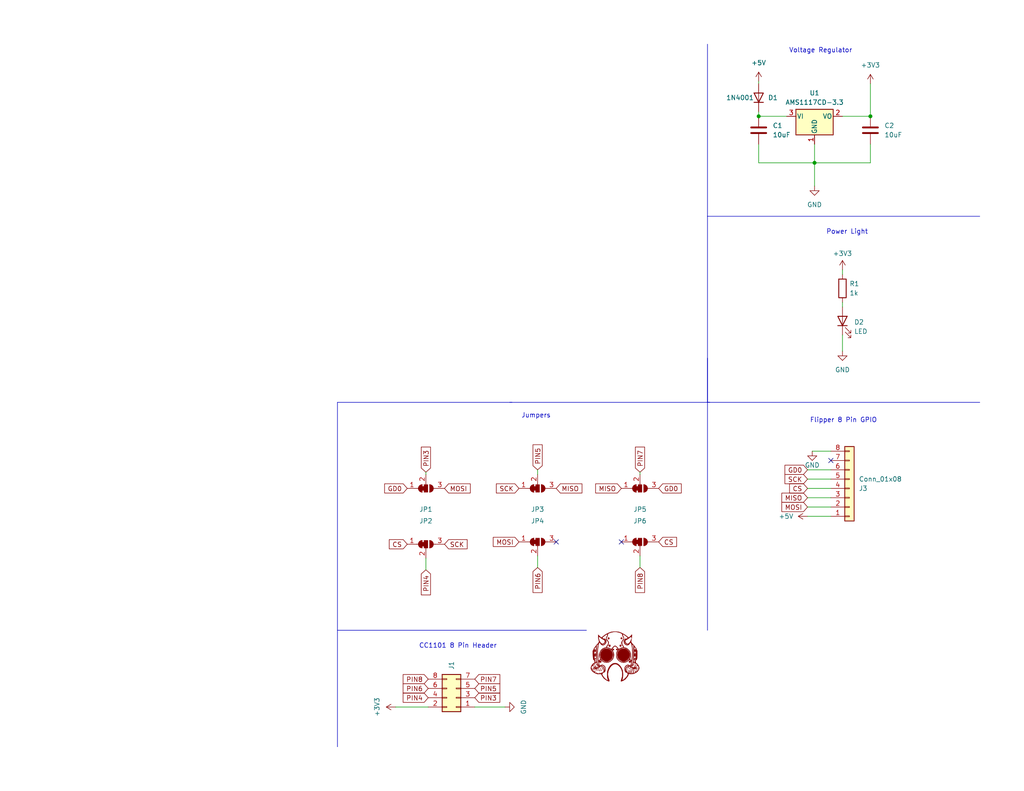
<source format=kicad_sch>
(kicad_sch (version 20230121) (generator eeschema)

  (uuid 87d954d5-9c33-47c9-91f2-0e355fdd5aca)

  (paper "USLetter")

  (title_block
    (title "Flipper Zero External CC1101 Module")
    (date "2023-09-15")
    (rev "1.1")
  )

  (lib_symbols
    (symbol "1 My Parts:LOGO" (pin_names (offset 1.016)) (in_bom yes) (on_board yes)
      (property "Reference" "#G" (at 0 6.389 0)
        (effects (font (size 1.27 1.27)) hide)
      )
      (property "Value" "LOGO" (at 0 -6.389 0)
        (effects (font (size 1.27 1.27)) hide)
      )
      (property "Footprint" "" (at 0 0 0)
        (effects (font (size 1.27 1.27)) hide)
      )
      (property "Datasheet" "" (at 0 0 0)
        (effects (font (size 1.27 1.27)) hide)
      )
      (symbol "LOGO_0_0"
        (polyline
          (pts
            (xy 3.6185 -3.5829)
            (xy 3.583 -3.5475)
            (xy 3.5475 -3.5829)
            (xy 3.583 -3.6184)
            (xy 3.6185 -3.5829)
          )
          (stroke (width 0.01) (type default))
          (fill (type outline))
        )
        (polyline
          (pts
            (xy 5.3922 -2.3058)
            (xy 5.3567 -2.2704)
            (xy 5.3212 -2.3058)
            (xy 5.3567 -2.3413)
            (xy 5.3922 -2.3058)
          )
          (stroke (width 0.01) (type default))
          (fill (type outline))
        )
        (polyline
          (pts
            (xy 5.4631 -2.1639)
            (xy 5.4277 -2.1285)
            (xy 5.3922 -2.1639)
            (xy 5.4277 -2.1994)
            (xy 5.4631 -2.1639)
          )
          (stroke (width 0.01) (type default))
          (fill (type outline))
        )
        (polyline
          (pts
            (xy 3.5335 -3.8579)
            (xy 3.525 -3.747)
            (xy 3.4995 -3.7142)
            (xy 3.4822 -3.7899)
            (xy 3.4872 -3.8618)
            (xy 3.5194 -3.883)
            (xy 3.5335 -3.8579)
          )
          (stroke (width 0.01) (type default))
          (fill (type outline))
        )
        (polyline
          (pts
            (xy -5.064 -2.819)
            (xy -5.1098 -2.7298)
            (xy -5.1892 -2.6623)
            (xy -5.2443 -2.6699)
            (xy -5.2177 -2.7623)
            (xy -5.1995 -2.7857)
            (xy -5.0955 -2.838)
            (xy -5.064 -2.819)
          )
          (stroke (width 0.01) (type default))
          (fill (type outline))
        )
        (polyline
          (pts
            (xy -5.0435 -3.1959)
            (xy -5.0996 -3.1028)
            (xy -5.1089 -3.0937)
            (xy -5.1609 -3.0597)
            (xy -5.1393 -3.1426)
            (xy -5.1039 -3.2088)
            (xy -5.0511 -3.2301)
            (xy -5.0435 -3.1959)
          )
          (stroke (width 0.01) (type default))
          (fill (type outline))
        )
        (polyline
          (pts
            (xy 6.0307 -3.441)
            (xy 5.9706 -3.3841)
            (xy 5.8624 -3.3369)
            (xy 5.8446 -3.3656)
            (xy 5.9201 -3.4433)
            (xy 6.05 -3.531)
            (xy 6.0914 -3.532)
            (xy 6.0307 -3.441)
          )
          (stroke (width 0.01) (type default))
          (fill (type outline))
        )
        (polyline
          (pts
            (xy -5.605 -3.4765)
            (xy -5.5175 -3.4221)
            (xy -5.4631 -3.3651)
            (xy -5.4953 -3.3599)
            (xy -5.605 -3.4056)
            (xy -5.6925 -3.46)
            (xy -5.7469 -3.517)
            (xy -5.7147 -3.5222)
            (xy -5.605 -3.4765)
          )
          (stroke (width 0.01) (type default))
          (fill (type outline))
        )
        (polyline
          (pts
            (xy -5.5695 -3.8059)
            (xy -5.5076 -3.7348)
            (xy -5.4631 -3.6503)
            (xy -5.4836 -3.6383)
            (xy -5.5695 -3.6894)
            (xy -5.6272 -3.748)
            (xy -5.676 -3.845)
            (xy -5.6524 -3.8636)
            (xy -5.5695 -3.8059)
          )
          (stroke (width 0.01) (type default))
          (fill (type outline))
        )
        (polyline
          (pts
            (xy -5.2503 -2.9875)
            (xy -5.2668 -2.9487)
            (xy -5.3667 -2.8794)
            (xy -5.3892 -2.871)
            (xy -5.4453 -2.8658)
            (xy -5.3935 -2.9428)
            (xy -5.3557 -2.9863)
            (xy -5.275 -3.0469)
            (xy -5.2503 -2.9875)
          )
          (stroke (width 0.01) (type default))
          (fill (type outline))
        )
        (polyline
          (pts
            (xy -5.0374 -1.2137)
            (xy -5.0499 -1.1792)
            (xy -5.1438 -1.1095)
            (xy -5.1923 -1.098)
            (xy -5.2503 -1.1355)
            (xy -5.203 -1.2298)
            (xy -5.1814 -1.2481)
            (xy -5.085 -1.2735)
            (xy -5.0374 -1.2137)
          )
          (stroke (width 0.01) (type default))
          (fill (type outline))
        )
        (polyline
          (pts
            (xy -4.411 -3.9742)
            (xy -4.4194 -3.8952)
            (xy -4.5021 -3.7711)
            (xy -4.5765 -3.7035)
            (xy -4.5866 -3.7243)
            (xy -4.5308 -3.857)
            (xy -4.5217 -3.8765)
            (xy -4.4542 -3.9789)
            (xy -4.411 -3.9742)
          )
          (stroke (width 0.01) (type default))
          (fill (type outline))
        )
        (polyline
          (pts
            (xy -3.7603 -3.4497)
            (xy -3.7862 -3.4131)
            (xy -3.8845 -3.3256)
            (xy -3.9359 -3.2859)
            (xy -3.9726 -3.2683)
            (xy -3.9113 -3.3523)
            (xy -3.8891 -3.3798)
            (xy -3.7948 -3.471)
            (xy -3.7603 -3.4497)
          )
          (stroke (width 0.01) (type default))
          (fill (type outline))
        )
        (polyline
          (pts
            (xy -3.3383 -3.1967)
            (xy -3.3926 -3.1064)
            (xy -3.4405 -3.0694)
            (xy -3.4765 -3.0957)
            (xy -3.476 -3.1071)
            (xy -3.4292 -3.2164)
            (xy -3.4194 -3.2248)
            (xy -3.3453 -3.227)
            (xy -3.3383 -3.1967)
          )
          (stroke (width 0.01) (type default))
          (fill (type outline))
        )
        (polyline
          (pts
            (xy 6.0307 -3.8045)
            (xy 6.0048 -3.7678)
            (xy 5.9066 -3.6803)
            (xy 5.8552 -3.6407)
            (xy 5.8184 -3.6231)
            (xy 5.8798 -3.7071)
            (xy 5.9019 -3.7346)
            (xy 5.9962 -3.8257)
            (xy 6.0307 -3.8045)
          )
          (stroke (width 0.01) (type default))
          (fill (type outline))
        )
        (polyline
          (pts
            (xy 6.3712 -3.7591)
            (xy 6.3716 -3.7129)
            (xy 6.2613 -3.6094)
            (xy 6.2099 -3.5697)
            (xy 6.1732 -3.5521)
            (xy 6.2345 -3.6361)
            (xy 6.2995 -3.7118)
            (xy 6.3587 -3.7603)
            (xy 6.3712 -3.7591)
          )
          (stroke (width 0.01) (type default))
          (fill (type outline))
        )
        (polyline
          (pts
            (xy -4.8246 -2.3878)
            (xy -4.8619 -2.3375)
            (xy -4.9665 -2.2349)
            (xy -5.003 -2.2032)
            (xy -5.0939 -2.1462)
            (xy -5.0946 -2.1845)
            (xy -4.9969 -2.3008)
            (xy -4.9766 -2.3206)
            (xy -4.8651 -2.4067)
            (xy -4.8246 -2.3878)
          )
          (stroke (width 0.01) (type default))
          (fill (type outline))
        )
        (polyline
          (pts
            (xy -3.1427 -3.6057)
            (xy -3.1917 -3.4809)
            (xy -3.255 -3.377)
            (xy -3.3041 -3.3514)
            (xy -3.2992 -3.4253)
            (xy -3.2452 -3.568)
            (xy -3.2424 -3.5738)
            (xy -3.1754 -3.6828)
            (xy -3.1349 -3.691)
            (xy -3.1427 -3.6057)
          )
          (stroke (width 0.01) (type default))
          (fill (type outline))
        )
        (polyline
          (pts
            (xy 4.5269 -3.7025)
            (xy 4.6141 -3.5829)
            (xy 4.6653 -3.5115)
            (xy 4.677 -3.478)
            (xy 4.594 -3.5384)
            (xy 4.5201 -3.611)
            (xy 4.4699 -3.7099)
            (xy 4.4708 -3.7311)
            (xy 4.4899 -3.7544)
            (xy 4.5269 -3.7025)
          )
          (stroke (width 0.01) (type default))
          (fill (type outline))
        )
        (polyline
          (pts
            (xy -3.9834 -4.1838)
            (xy -3.9804 -4.1096)
            (xy -4.0123 -3.9715)
            (xy -4.0631 -3.8266)
            (xy -4.1168 -3.7317)
            (xy -4.1293 -3.7239)
            (xy -4.1357 -3.7796)
            (xy -4.0999 -3.9268)
            (xy -4.0844 -3.9753)
            (xy -4.0276 -4.1255)
            (xy -3.989 -4.186)
            (xy -3.9834 -4.1838)
          )
          (stroke (width 0.01) (type default))
          (fill (type outline))
        )
        (polyline
          (pts
            (xy -3.5662 -4.1114)
            (xy -3.5641 -4.0944)
            (xy -3.5868 -3.9456)
            (xy -3.6553 -3.7566)
            (xy -3.6912 -3.6822)
            (xy -3.7314 -3.6215)
            (xy -3.723 -3.6894)
            (xy -3.6886 -3.8254)
            (xy -3.6339 -4.0441)
            (xy -3.6339 -4.0443)
            (xy -3.5953 -4.1455)
            (xy -3.5662 -4.1114)
          )
          (stroke (width 0.01) (type default))
          (fill (type outline))
        )
        (polyline
          (pts
            (xy 0.8439 1.6182)
            (xy 0.8943 1.7165)
            (xy 0.8158 1.873)
            (xy 0.7942 1.9004)
            (xy 0.7043 1.9662)
            (xy 0.6053 1.9175)
            (xy 0.5484 1.8497)
            (xy 0.4967 1.6894)
            (xy 0.4978 1.6614)
            (xy 0.5445 1.5802)
            (xy 0.6863 1.5739)
            (xy 0.8439 1.6182)
          )
          (stroke (width 0.01) (type default))
          (fill (type outline))
        )
        (polyline
          (pts
            (xy 5.4966 -2.8075)
            (xy 5.6311 -2.6654)
            (xy 5.7316 -2.5542)
            (xy 5.8448 -2.4203)
            (xy 5.8888 -2.3552)
            (xy 5.853 -2.3544)
            (xy 5.7598 -2.4351)
            (xy 5.6393 -2.5688)
            (xy 5.5214 -2.7252)
            (xy 5.4814 -2.7856)
            (xy 5.4489 -2.8464)
            (xy 5.4966 -2.8075)
          )
          (stroke (width 0.01) (type default))
          (fill (type outline))
        )
        (polyline
          (pts
            (xy -4.8473 -3.9591)
            (xy -4.8462 -3.9546)
            (xy -4.851 -3.8286)
            (xy -4.897 -3.6902)
            (xy -4.9613 -3.5898)
            (xy -5.0207 -3.578)
            (xy -5.0307 -3.6115)
            (xy -4.9795 -3.7047)
            (xy -4.9332 -3.7724)
            (xy -4.8873 -3.9341)
            (xy -4.8859 -3.9559)
            (xy -4.873 -4.0253)
            (xy -4.8473 -3.9591)
          )
          (stroke (width 0.01) (type default))
          (fill (type outline))
        )
        (polyline
          (pts
            (xy -3.6326 -1.7595)
            (xy -3.5629 -1.6477)
            (xy -3.5691 -1.4787)
            (xy -3.692 -1.3466)
            (xy -3.7485 -1.3214)
            (xy -3.9366 -1.3083)
            (xy -4.0798 -1.3917)
            (xy -4.1458 -1.5416)
            (xy -4.1023 -1.7282)
            (xy -4.0941 -1.7412)
            (xy -3.9628 -1.8275)
            (xy -3.786 -1.8351)
            (xy -3.6326 -1.7595)
          )
          (stroke (width 0.01) (type default))
          (fill (type outline))
        )
        (polyline
          (pts
            (xy 4.314 -1.8191)
            (xy 4.4163 -1.7502)
            (xy 4.4559 -1.5879)
            (xy 4.4608 -1.506)
            (xy 4.4289 -1.3822)
            (xy 4.314 -1.3222)
            (xy 4.1859 -1.3191)
            (xy 4.0376 -1.4022)
            (xy 3.9565 -1.5479)
            (xy 3.979 -1.7136)
            (xy 4.0629 -1.8048)
            (xy 4.244 -1.8312)
            (xy 4.314 -1.8191)
          )
          (stroke (width 0.01) (type default))
          (fill (type outline))
        )
        (polyline
          (pts
            (xy 4.9353 -2.8031)
            (xy 5.0223 -2.7158)
            (xy 5.1247 -2.5919)
            (xy 5.2106 -2.4701)
            (xy 5.2477 -2.3891)
            (xy 5.2436 -2.3813)
            (xy 5.1832 -2.4225)
            (xy 5.0729 -2.5412)
            (xy 5.0415 -2.5796)
            (xy 4.9376 -2.7238)
            (xy 4.8959 -2.8127)
            (xy 4.896 -2.8151)
            (xy 4.9353 -2.8031)
          )
          (stroke (width 0.01) (type default))
          (fill (type outline))
        )
        (polyline
          (pts
            (xy -5.2759 -0.8336)
            (xy -5.2474 -0.7676)
            (xy -5.1793 -0.7095)
            (xy -5.1416 -0.7286)
            (xy -5.0827 -0.8336)
            (xy -5.0826 -0.8339)
            (xy -5.0606 -0.8723)
            (xy -5.0598 -0.7804)
            (xy -5.0911 -0.6654)
            (xy -5.1793 -0.603)
            (xy -5.2511 -0.641)
            (xy -5.2988 -0.7804)
            (xy -5.2989 -0.7808)
            (xy -5.298 -0.8724)
            (xy -5.2759 -0.8336)
          )
          (stroke (width 0.01) (type default))
          (fill (type outline))
        )
        (polyline
          (pts
            (xy 2.0475 4.5994)
            (xy 2.1536 4.7168)
            (xy 2.1634 4.7619)
            (xy 2.1237 4.8995)
            (xy 2.0168 5.0012)
            (xy 1.8888 5.0151)
            (xy 1.7554 4.9122)
            (xy 1.7267 4.7891)
            (xy 1.8447 4.7891)
            (xy 1.8571 4.8388)
            (xy 1.9511 4.8956)
            (xy 2.0008 4.8832)
            (xy 2.0576 4.7891)
            (xy 2.0452 4.7395)
            (xy 1.9511 4.6827)
            (xy 1.9015 4.6951)
            (xy 1.8447 4.7891)
            (xy 1.7267 4.7891)
            (xy 1.7223 4.7704)
            (xy 1.8046 4.6418)
            (xy 1.89 4.5965)
            (xy 2.0475 4.5994)
          )
          (stroke (width 0.01) (type default))
          (fill (type outline))
        )
        (polyline
          (pts
            (xy 1.7498 2.5427)
            (xy 1.866 2.6455)
            (xy 1.9157 2.7968)
            (xy 1.9074 2.8549)
            (xy 1.8147 2.977)
            (xy 1.6635 3.0221)
            (xy 1.5098 2.9669)
            (xy 1.5 2.9578)
            (xy 1.4551 2.8269)
            (xy 1.4592 2.8063)
            (xy 1.5734 2.8063)
            (xy 1.6198 2.903)
            (xy 1.7011 2.9202)
            (xy 1.7603 2.8203)
            (xy 1.7568 2.7471)
            (xy 1.6673 2.6961)
            (xy 1.6077 2.7116)
            (xy 1.5734 2.8063)
            (xy 1.4592 2.8063)
            (xy 1.4873 2.6647)
            (xy 1.5844 2.5414)
            (xy 1.6164 2.5264)
            (xy 1.7498 2.5427)
          )
          (stroke (width 0.01) (type default))
          (fill (type outline))
        )
        (polyline
          (pts
            (xy 5.5476 -1.2691)
            (xy 5.605 -1.2061)
            (xy 5.603 -1.1892)
            (xy 5.5341 -1.1352)
            (xy 5.4887 -1.096)
            (xy 5.4651 -0.9756)
            (xy 5.4784 -0.8375)
            (xy 5.5293 -0.7479)
            (xy 5.5841 -0.7759)
            (xy 5.6251 -0.9034)
            (xy 5.6436 -1.002)
            (xy 5.6562 -0.9851)
            (xy 5.6654 -0.8336)
            (xy 5.6664 -0.7853)
            (xy 5.6532 -0.6301)
            (xy 5.6192 -0.5676)
            (xy 5.5143 -0.6134)
            (xy 5.4255 -0.7702)
            (xy 5.3922 -1.0075)
            (xy 5.3933 -1.0661)
            (xy 5.4229 -1.2277)
            (xy 5.4986 -1.2771)
            (xy 5.5476 -1.2691)
          )
          (stroke (width 0.01) (type default))
          (fill (type outline))
        )
        (polyline
          (pts
            (xy 5.7294 1.1831)
            (xy 5.7921 1.3293)
            (xy 5.8028 1.5175)
            (xy 5.7569 1.6792)
            (xy 5.6608 1.7602)
            (xy 5.5548 1.7246)
            (xy 5.4914 1.5954)
            (xy 5.4865 1.49)
            (xy 5.6094 1.49)
            (xy 5.6131 1.6176)
            (xy 5.634 1.6727)
            (xy 5.6817 1.6141)
            (xy 5.7131 1.5373)
            (xy 5.6817 1.3658)
            (xy 5.6426 1.3115)
            (xy 5.6161 1.3379)
            (xy 5.6094 1.49)
            (xy 5.4865 1.49)
            (xy 5.483 1.4161)
            (xy 5.5399 1.2309)
            (xy 5.6004 1.1274)
            (xy 5.6562 1.1013)
            (xy 5.7294 1.1831)
          )
          (stroke (width 0.01) (type default))
          (fill (type outline))
        )
        (polyline
          (pts
            (xy -5.21 1.1392)
            (xy -5.1757 1.1785)
            (xy -5.124 1.3333)
            (xy -5.1237 1.5188)
            (xy -5.1703 1.6793)
            (xy -5.2594 1.759)
            (xy -5.3417 1.739)
            (xy -5.4126 1.6222)
            (xy -5.4312 1.4545)
            (xy -5.3212 1.4545)
            (xy -5.3026 1.5709)
            (xy -5.2503 1.5964)
            (xy -5.2243 1.5735)
            (xy -5.1793 1.4545)
            (xy -5.1843 1.4156)
            (xy -5.2503 1.3126)
            (xy -5.2991 1.3312)
            (xy -5.3212 1.4545)
            (xy -5.4312 1.4545)
            (xy -5.4326 1.4415)
            (xy -5.3911 1.2389)
            (xy -5.3572 1.1586)
            (xy -5.2957 1.095)
            (xy -5.21 1.1392)
          )
          (stroke (width 0.01) (type default))
          (fill (type outline))
        )
        (polyline
          (pts
            (xy -1.4877 4.563)
            (xy -1.3913 4.6619)
            (xy -1.348 4.7919)
            (xy -1.3486 4.8076)
            (xy -1.416 4.9481)
            (xy -1.5534 5.0246)
            (xy -1.7021 5.0024)
            (xy -1.7363 4.966)
            (xy -1.7713 4.8304)
            (xy -1.7663 4.7891)
            (xy -1.7028 4.7891)
            (xy -1.6841 4.8544)
            (xy -1.5786 4.8821)
            (xy -1.5142 4.8582)
            (xy -1.4684 4.7882)
            (xy -1.4753 4.7661)
            (xy -1.5537 4.7016)
            (xy -1.6535 4.7094)
            (xy -1.7028 4.7891)
            (xy -1.7663 4.7891)
            (xy -1.7531 4.6795)
            (xy -1.685 4.5878)
            (xy -1.6501 4.5736)
            (xy -1.5844 4.5464)
            (xy -1.4877 4.563)
          )
          (stroke (width 0.01) (type default))
          (fill (type outline))
        )
        (polyline
          (pts
            (xy -1.1894 2.5251)
            (xy -1.1019 2.6521)
            (xy -1.0642 2.8091)
            (xy -1.0878 2.9215)
            (xy -1.2064 3.0128)
            (xy -1.4121 3.0023)
            (xy -1.4846 2.9651)
            (xy -1.5509 2.8462)
            (xy -1.4154 2.8462)
            (xy -1.3561 2.9395)
            (xy -1.3358 2.9469)
            (xy -1.2466 2.9126)
            (xy -1.1782 2.8247)
            (xy -1.1831 2.7428)
            (xy -1.2042 2.7272)
            (xy -1.3244 2.6961)
            (xy -1.3983 2.7405)
            (xy -1.4154 2.8462)
            (xy -1.5509 2.8462)
            (xy -1.5559 2.8372)
            (xy -1.5411 2.6827)
            (xy -1.4367 2.5599)
            (xy -1.3601 2.5189)
            (xy -1.2735 2.4854)
            (xy -1.1894 2.5251)
          )
          (stroke (width 0.01) (type default))
          (fill (type outline))
        )
        (polyline
          (pts
            (xy 3.0449 -1.4358)
            (xy 3.4025 -1.2313)
            (xy 3.7216 -0.9491)
            (xy 3.9769 -0.6062)
            (xy 4.1431 -0.2193)
            (xy 4.1755 -0.0842)
            (xy 4.2148 0.2114)
            (xy 4.2154 0.4871)
            (xy 4.1786 0.7036)
            (xy 4.1058 0.8217)
            (xy 4.079 0.8493)
            (xy 4.0442 0.9696)
            (xy 4.0268 1.0473)
            (xy 3.9209 1.2301)
            (xy 3.7448 1.4397)
            (xy 3.5288 1.6421)
            (xy 3.3031 1.8032)
            (xy 3.0182 1.9234)
            (xy 2.6045 1.9912)
            (xy 2.1776 1.9655)
            (xy 1.7905 1.8447)
            (xy 1.4695 1.6467)
            (xy 1.1409 1.3135)
            (xy 0.9176 0.9151)
            (xy 0.8047 0.4733)
            (xy 0.807 0.01)
            (xy 0.9294 -0.4529)
            (xy 1.1768 -0.8938)
            (xy 1.1867 -0.9067)
            (xy 1.3579 -1.0645)
            (xy 1.6141 -1.2368)
            (xy 1.9097 -1.3961)
            (xy 2.1995 -1.5147)
            (xy 2.3156 -1.5442)
            (xy 2.6742 -1.5457)
            (xy 3.0449 -1.4358)
          )
          (stroke (width 0.01) (type default))
          (fill (type outline))
        )
        (polyline
          (pts
            (xy -1.7638 -1.4878)
            (xy -1.3839 -1.3327)
            (xy -1.0335 -1.0997)
            (xy -0.8003 -0.8719)
            (xy -0.61 -0.5706)
            (xy -0.5038 -0.2068)
            (xy -0.4676 0.2535)
            (xy -0.4675 0.3525)
            (xy -0.4939 0.7048)
            (xy -0.5787 0.9915)
            (xy -0.7416 1.2607)
            (xy -1.0025 1.5609)
            (xy -1.2829 1.7759)
            (xy -1.668 1.9305)
            (xy -2.0946 1.9933)
            (xy -2.5235 1.9588)
            (xy -2.9155 1.8218)
            (xy -3.179 1.6422)
            (xy -3.4699 1.3365)
            (xy -3.6869 0.9816)
            (xy -3.7983 0.6204)
            (xy -3.8161 0.4203)
            (xy -3.814 0.1013)
            (xy -3.782 -0.2028)
            (xy -3.7252 -0.4499)
            (xy -3.6488 -0.598)
            (xy -3.592 -0.6637)
            (xy -3.5475 -0.7504)
            (xy -3.5397 -0.7869)
            (xy -3.4419 -0.9211)
            (xy -3.2564 -1.0831)
            (xy -3.0141 -1.2507)
            (xy -2.7461 -1.4015)
            (xy -2.4832 -1.5134)
            (xy -2.4597 -1.521)
            (xy -2.135 -1.5542)
            (xy -1.7638 -1.4878)
          )
          (stroke (width 0.01) (type default))
          (fill (type outline))
        )
        (polyline
          (pts
            (xy 1.9612 -6.9277)
            (xy 2.1432 -6.8578)
            (xy 2.3553 -6.7625)
            (xy 2.557 -6.6612)
            (xy 2.7078 -6.5731)
            (xy 2.7671 -6.5177)
            (xy 2.779 -6.4896)
            (xy 2.8735 -6.4564)
            (xy 2.9222 -6.4505)
            (xy 2.9811 -6.4032)
            (xy 3.0163 -6.3409)
            (xy 3.1254 -6.2023)
            (xy 3.2826 -6.0239)
            (xy 3.4323 -5.8564)
            (xy 3.6341 -5.5972)
            (xy 3.7589 -5.3715)
            (xy 3.8289 -5.1438)
            (xy 3.873 -4.931)
            (xy 4.4356 -4.9524)
            (xy 4.467 -4.9535)
            (xy 4.9292 -4.937)
            (xy 5.3158 -4.848)
            (xy 5.676 -4.6753)
            (xy 5.7635 -4.6272)
            (xy 5.934 -4.5454)
            (xy 6.085 -4.4532)
            (xy 6.3258 -4.2298)
            (xy 6.579 -3.9183)
            (xy 6.6376 -3.8244)
            (xy 6.7311 -3.6059)
            (xy 6.7866 -3.3814)
            (xy 6.7952 -3.1952)
            (xy 6.7479 -3.091)
            (xy 6.6981 -3.0202)
            (xy 6.6693 -2.867)
            (xy 6.6446 -2.7455)
            (xy 6.5629 -2.6508)
            (xy 6.5064 -2.6087)
            (xy 6.4564 -2.4773)
            (xy 6.4564 -2.4736)
            (xy 6.3974 -2.3445)
            (xy 6.2613 -2.2194)
            (xy 6.2059 -2.1835)
            (xy 5.9717 -2.0131)
            (xy 5.8397 -1.863)
            (xy 5.7882 -1.6986)
            (xy 5.7954 -1.4857)
            (xy 5.8135 -1.3653)
            (xy 5.8762 -1.1871)
            (xy 5.9852 -1.0955)
            (xy 6.0139 -1.0805)
            (xy 6.0872 -1.008)
            (xy 6.143 -0.8808)
            (xy 6.1842 -0.6813)
            (xy 6.2136 -0.3922)
            (xy 6.234 0.0039)
            (xy 6.2483 0.5245)
            (xy 6.2502 0.6225)
            (xy 6.254 0.9784)
            (xy 6.2482 1.2223)
            (xy 6.2304 1.3786)
            (xy 6.1981 1.4715)
            (xy 6.149 1.5256)
            (xy 6.0744 1.6209)
            (xy 6.0307 1.793)
            (xy 6.0085 1.8944)
            (xy 5.9029 2.1022)
            (xy 5.7292 2.3444)
            (xy 5.576 2.5359)
            (xy 5.4368 2.7167)
            (xy 5.3567 2.8291)
            (xy 5.3038 2.8984)
            (xy 5.1659 3.0511)
            (xy 4.9905 3.2277)
            (xy 4.7747 3.4738)
            (xy 4.6169 3.7461)
            (xy 4.5538 3.9933)
            (xy 4.5965 4.188)
            (xy 4.6501 4.3213)
            (xy 4.6771 4.5221)
            (xy 4.6751 4.5694)
            (xy 4.6608 4.6298)
            (xy 4.6257 4.5766)
            (xy 4.5591 4.3989)
            (xy 4.3918 4.0123)
            (xy 4.1868 3.6847)
            (xy 3.9636 3.4433)
            (xy 3.7384 3.3056)
            (xy 3.5276 3.2889)
            (xy 3.4306 3.3232)
            (xy 3.2061 3.4805)
            (xy 3.0429 3.7024)
            (xy 2.9799 3.9423)
            (xy 2.9809 3.9744)
            (xy 3.0315 4.1786)
            (xy 3.137 4.3359)
            (xy 3.2674 4.3989)
            (xy 3.3602 4.433)
            (xy 3.5356 4.5308)
            (xy 3.754 4.6686)
            (xy 3.9793 4.8226)
            (xy 4.1754 4.969)
            (xy 4.3062 5.0839)
            (xy 4.3855 5.1551)
            (xy 4.5364 5.2105)
            (xy 4.6426 5.1386)
            (xy 4.6827 4.9471)
            (xy 4.6866 4.8085)
            (xy 4.7007 4.7564)
            (xy 4.7228 4.8281)
            (xy 4.75 5.0137)
            (xy 4.7798 5.3035)
            (xy 4.7956 5.5548)
            (xy 4.7888 5.7502)
            (xy 4.7541 5.8179)
            (xy 4.7368 5.8159)
            (xy 4.6827 5.7493)
            (xy 4.6428 5.6716)
            (xy 4.5239 5.5287)
            (xy 4.3583 5.3589)
            (xy 4.179 5.1959)
            (xy 4.0191 5.0732)
            (xy 3.9391 5.0292)
            (xy 3.8594 5.0236)
            (xy 3.7565 5.0725)
            (xy 3.6027 5.1891)
            (xy 3.3705 5.3868)
            (xy 3.0645 5.6253)
            (xy 2.5351 5.9605)
            (xy 1.9467 6.2602)
            (xy 1.3481 6.4976)
            (xy 1.1564 6.5486)
            (xy 0.7479 6.608)
            (xy 0.2796 6.6321)
            (xy -0.1995 6.6212)
            (xy -0.6403 6.5753)
            (xy -0.9937 6.4944)
            (xy -1.1169 6.4513)
            (xy -1.3861 6.3479)
            (xy -1.6645 6.2321)
            (xy -1.9165 6.1193)
            (xy -2.1066 6.0252)
            (xy -2.1994 5.9653)
            (xy -2.2001 5.9645)
            (xy -2.2851 5.9048)
            (xy -2.4361 5.8203)
            (xy -2.6193 5.7066)
            (xy -2.8122 5.5543)
            (xy -2.8271 5.5406)
            (xy -2.9501 5.4354)
            (xy -3.0166 5.3922)
            (xy -3.0328 5.3841)
            (xy -3.1268 5.3072)
            (xy -3.2677 5.1754)
            (xy -3.3532 5.0933)
            (xy -3.464 5.0106)
            (xy -3.5549 5.0098)
            (xy -3.6781 5.0787)
            (xy -3.756 5.1347)
            (xy -3.9423 5.2932)
            (xy -4.1328 5.4788)
            (xy -4.3989 5.7589)
            (xy -4.3957 5.203)
            (xy -4.3956 5.184)
            (xy -4.3908 5.0942)
            (xy -4.2973 5.0942)
            (xy -4.245 5.1901)
            (xy -4.1222 5.1939)
            (xy -3.9612 5.0997)
            (xy -3.8176 4.9766)
            (xy -3.6486 4.8316)
            (xy -3.5483 4.7595)
            (xy -3.343 4.6365)
            (xy -3.1042 4.511)
            (xy -2.8573 4.3782)
            (xy -2.7099 4.255)
            (xy -2.6417 4.1105)
            (xy -2.6251 3.91)
            (xy -2.6439 3.7598)
            (xy -2.7526 3.5666)
            (xy -2.9779 3.3805)
            (xy -3.1214 3.3028)
            (xy -3.3012 3.2808)
            (xy -3.4888 3.3651)
            (xy -3.7163 3.5636)
            (xy -3.8179 3.6742)
            (xy -4.0785 4.092)
            (xy -4.2186 4.5816)
            (xy -4.2323 4.6716)
            (xy -4.267 4.8902)
            (xy -4.2926 5.0383)
            (xy -4.2973 5.0942)
            (xy -4.3908 5.0942)
            (xy -4.379 4.871)
            (xy -4.3414 4.577)
            (xy -4.2904 4.3634)
            (xy -4.269 4.3015)
            (xy -4.2109 4.1022)
            (xy -4.1871 3.9664)
            (xy -4.1946 3.8948)
            (xy -4.2773 3.6732)
            (xy -4.4254 3.4391)
            (xy -4.6066 3.2477)
            (xy -4.7834 3.0739)
            (xy -4.9219 2.8929)
            (xy -4.86 2.8929)
            (xy -4.6827 3.0405)
            (xy -4.6739 3.0477)
            (xy -4.5417 3.1478)
            (xy -4.4641 3.1904)
            (xy -4.4559 3.1351)
            (xy -4.4741 2.9761)
            (xy -4.5158 2.7493)
            (xy -4.5195 2.7315)
            (xy -4.5821 2.2851)
            (xy -4.6159 1.7315)
            (xy -4.6219 1.1391)
            (xy -4.5244 1.1391)
            (xy -4.5133 1.5899)
            (xy -4.4793 2.0731)
            (xy -4.4267 2.5451)
            (xy -4.3596 2.9624)
            (xy -4.282 3.2815)
            (xy -4.2749 3.3032)
            (xy -4.1689 3.5302)
            (xy -4.0516 3.6181)
            (xy -3.9276 3.5659)
            (xy -3.8017 3.3727)
            (xy -3.7202 3.2294)
            (xy -3.6574 3.1661)
            (xy -3.5189 3.1661)
            (xy -3.4455 3.1854)
            (xy -3.2511 3.1905)
            (xy -3.1922 3.1914)
            (xy -2.9958 3.2144)
            (xy -2.8541 3.2924)
            (xy -2.7012 3.4573)
            (xy -2.5804 3.6323)
            (xy -2.4811 3.9233)
            (xy -2.5134 4.195)
            (xy -2.6776 4.4315)
            (xy -2.7164 4.469)
            (xy -2.8005 4.5709)
            (xy -2.7974 4.6118)
            (xy -2.7256 4.5904)
            (xy -2.5831 4.4798)
            (xy -2.4499 4.3166)
            (xy -2.3698 4.1482)
            (xy -2.3533 3.8296)
            (xy -2.4571 3.4994)
            (xy -2.6717 3.2132)
            (xy -2.6907 3.1956)
            (xy -2.9545 3.0226)
            (xy -3.2096 2.9849)
            (xy -3.4452 3.0841)
            (xy -3.4919 3.1212)
            (xy -3.5189 3.1661)
            (xy -3.6574 3.1661)
            (xy -3.4995 3.0071)
            (xy -3.2369 2.9067)
            (xy -2.9541 2.9289)
            (xy -2.6728 3.0741)
            (xy -2.4146 3.3427)
            (xy -2.3057 3.5192)
            (xy -2.199 3.8548)
            (xy -2.2247 4.1755)
            (xy -2.3831 4.4644)
            (xy -2.5055 4.5898)
            (xy -2.6587 4.6645)
            (xy -2.882 4.6827)
            (xy -2.9723 4.6848)
            (xy -3.1582 4.7182)
            (xy -3.2417 4.7988)
            (xy -3.2586 4.8716)
            (xy -3.2335 4.9833)
            (xy -3.1348 5.1155)
            (xy -2.9471 5.287)
            (xy -2.6553 5.5164)
            (xy -2.6489 5.5212)
            (xy -2.3337 5.7416)
            (xy -2.104 5.8624)
            (xy -1.9633 5.8823)
            (xy -1.9156 5.7997)
            (xy -1.9331 5.6588)
            (xy -1.991 5.4544)
            (xy -2.0688 5.2714)
            (xy -2.1449 5.1692)
            (xy -2.1669 5.1467)
            (xy -2.2158 5.007)
            (xy -2.2349 4.7957)
            (xy -2.2331 4.7618)
            (xy -2.1994 4.7618)
            (xy -2.1766 4.8313)
            (xy -2.0995 4.9939)
            (xy -1.9866 5.2039)
            (xy -1.899 5.3791)
            (xy -1.8087 5.6202)
            (xy -1.7737 5.8047)
            (xy -1.7717 5.8667)
            (xy -1.738 5.9884)
            (xy -1.6372 6.0862)
            (xy -1.4367 6.1979)
            (xy -1.3688 6.229)
            (xy -1.1055 6.3239)
            (xy -0.7771 6.4178)
            (xy -0.4388 6.4942)
            (xy -0.317 6.5174)
            (xy -0.0448 6.5646)
            (xy 0.1643 6.5844)
            (xy 0.3606 6.576)
            (xy 0.5945 6.5387)
            (xy 0.9166 6.4715)
            (xy 1.1898 6.4081)
            (xy 1.612 6.2815)
            (xy 1.9041 6.1454)
            (xy 2.0737 5.9958)
            (xy 2.1285 5.8286)
            (xy 2.1493 5.7087)
            (xy 2.2256 5.49)
            (xy 2.3386 5.2503)
            (xy 2.434 5.063)
            (xy 2.518 4.8738)
            (xy 2.5514 4.7634)
            (xy 2.5509 4.7559)
            (xy 2.502 4.6435)
            (xy 2.3895 4.4603)
            (xy 2.2349 4.242)
            (xy 2.0752 4.0113)
            (xy 1.9374 3.7191)
            (xy 1.9192 3.5163)
            (xy 2.093 3.5163)
            (xy 2.0948 3.6177)
            (xy 2.1227 3.8226)
            (xy 2.2029 4.0034)
            (xy 2.3591 4.2226)
            (xy 2.4986 4.4213)
            (xy 2.6047 4.6718)
            (xy 2.6009 4.9118)
            (xy 2.4927 5.1804)
            (xy 2.4828 5.1992)
            (xy 2.3799 5.4344)
            (xy 2.3097 5.6583)
            (xy 2.2887 5.7761)
            (xy 2.3044 5.8671)
            (xy 2.3889 5.8888)
            (xy 2.448 5.8721)
            (xy 2.6106 5.7848)
            (xy 2.8272 5.6441)
            (xy 3.0647 5.4741)
            (xy 3.29 5.299)
            (xy 3.4699 5.1427)
            (xy 3.5713 5.0294)
            (xy 3.605 4.9619)
            (xy 3.6067 4.8122)
            (xy 3.4836 4.7164)
            (xy 3.2433 4.6827)
            (xy 3.1045 4.6767)
            (xy 2.9202 4.6241)
            (xy 2.7718 4.4955)
            (xy 2.7634 4.4857)
            (xy 2.6094 4.1979)
            (xy 2.5872 3.9829)
            (xy 2.7101 3.9829)
            (xy 2.7656 4.2552)
            (xy 2.9201 4.4685)
            (xy 3.0468 4.5647)
            (xy 3.1381 4.604)
            (xy 3.1322 4.5451)
            (xy 3.0217 4.3935)
            (xy 2.9498 4.2973)
            (xy 2.8447 4.0265)
            (xy 2.8801 3.7482)
            (xy 3.056 3.4573)
            (xy 3.0951 3.4106)
            (xy 3.2397 3.2682)
            (xy 3.3879 3.2055)
            (xy 3.6059 3.1905)
            (xy 3.7232 3.1889)
            (xy 3.8522 3.1779)
            (xy 3.8709 3.1467)
            (xy 3.8 3.0841)
            (xy 3.6521 3.0054)
            (xy 3.4185 3.0007)
            (xy 3.1464 3.1257)
            (xy 3.0765 3.1758)
            (xy 2.8716 3.4069)
            (xy 2.7475 3.6881)
            (xy 2.7101 3.9829)
            (xy 2.5872 3.9829)
            (xy 2.5747 3.8619)
            (xy 2.6629 3.5104)
            (xy 2.7212 3.3943)
            (xy 2.93 3.1368)
            (xy 3.1872 2.9744)
            (xy 3.4655 2.9104)
            (xy 3.7375 2.9479)
            (xy 3.9758 3.09)
            (xy 4.1529 3.3398)
            (xy 4.2262 3.4816)
            (xy 4.3427 3.6108)
            (xy 4.4529 3.6036)
            (xy 4.5581 3.4586)
            (xy 4.6598 3.1746)
            (xy 4.7595 2.75)
            (xy 4.7967 2.5386)
            (xy 4.8648 1.9133)
            (xy 4.8912 1.2062)
            (xy 4.8753 0.4563)
            (xy 4.8163 -0.2973)
            (xy 4.7977 -0.4671)
            (xy 4.7565 -0.8118)
            (xy 4.7189 -1.0384)
            (xy 4.6772 -1.1636)
            (xy 4.6239 -1.204)
            (xy 4.5514 -1.1764)
            (xy 4.4521 -1.0973)
            (xy 4.3019 -0.9223)
            (xy 4.2708 -0.7309)
            (xy 4.3634 -0.4966)
            (xy 4.3728 -0.4793)
            (xy 4.4452 -0.2347)
            (xy 4.4726 0.0924)
            (xy 4.4568 0.4554)
            (xy 4.3994 0.8075)
            (xy 4.3023 1.1018)
            (xy 4.269 1.1689)
            (xy 4.0446 1.4999)
            (xy 3.7503 1.8002)
            (xy 3.4184 2.045)
            (xy 3.081 2.21)
            (xy 2.7703 2.2704)
            (xy 2.6994 2.2728)
            (xy 2.5841 2.3119)
            (xy 2.5542 2.4198)
            (xy 2.5399 2.4895)
            (xy 2.4566 2.6649)
            (xy 2.3236 2.8604)
            (xy 2.1823 3.0635)
            (xy 2.1108 3.2609)
            (xy 2.093 3.5163)
            (xy 1.9192 3.5163)
            (xy 1.9131 3.4486)
            (xy 2.0016 3.1631)
            (xy 2.2019 2.8261)
            (xy 2.2151 2.8066)
            (xy 2.3468 2.5941)
            (xy 2.4296 2.4265)
            (xy 2.4461 2.3386)
            (xy 2.3542 2.2908)
            (xy 2.1885 2.2704)
            (xy 2.0596 2.25)
            (xy 1.8294 2.1726)
            (xy 1.5848 2.0573)
            (xy 1.4233 1.9715)
            (xy 1.2651 1.904)
            (xy 1.1675 1.8981)
            (xy 1.0949 1.9458)
            (xy 1.038 2.0123)
            (xy 0.9933 2.1028)
            (xy 0.957 2.1729)
            (xy 0.8346 2.3056)
            (xy 0.6608 2.4619)
            (xy 0.472 2.6111)
            (xy 0.3048 2.723)
            (xy 0.1958 2.7671)
            (xy 0.038 2.7208)
            (xy -0.1772 2.5805)
            (xy -0.4028 2.3731)
            (xy -0.6046 2.1263)
            (xy -0.6721 2.033)
            (xy -0.7812 1.9009)
            (xy -0.8433 1.8523)
            (xy -0.8953 1.8748)
            (xy -1.0423 1.9519)
            (xy -1.2416 2.0635)
            (xy -1.3915 2.1397)
            (xy -1.6377 2.232)
            (xy -1.8346 2.2688)
            (xy -1.9933 2.2797)
            (xy -2.0456 2.3333)
            (xy -2.0259 2.4655)
            (xy -1.9731 2.613)
            (xy -1.894 2.7318)
            (xy -1.8708 2.7527)
            (xy -1.7158 2.9698)
            (xy -1.6039 3.2563)
            (xy -1.5609 3.5487)
            (xy -1.5652 3.6513)
            (xy -1.6054 3.8291)
            (xy -1.7039 4.0212)
            (xy -1.8801 4.272)
            (xy -1.9042 4.3043)
            (xy -2.0539 4.5137)
            (xy -2.1594 4.6772)
            (xy -2.1994 4.7618)
            (xy -2.2331 4.7618)
            (xy -2.2261 4.6305)
            (xy -2.1634 4.4351)
            (xy -2.0127 4.2432)
            (xy -1.9366 4.157)
            (xy -1.738 3.8241)
            (xy -1.6767 3.4852)
            (xy -1.7531 3.1527)
            (xy -1.9676 2.8388)
            (xy -2.0979 2.6565)
            (xy -2.1765 2.4655)
            (xy -2.1912 2.4066)
            (xy -2.2656 2.2976)
            (xy -2.4235 2.2704)
            (xy -2.4691 2.267)
            (xy -2.6808 2.2108)
            (xy -2.9423 2.1036)
            (xy -3.202 1.9685)
            (xy -3.4085 1.8287)
            (xy -3.444 1.7978)
            (xy -3.6805 1.5224)
            (xy -3.8939 1.162)
            (xy -4.0542 0.7656)
            (xy -4.0572 0.756)
            (xy -4.1367 0.4305)
            (xy -4.1473 0.2238)
            (xy -3.9806 0.2238)
            (xy -3.9805 0.2434)
            (xy -3.9532 0.6697)
            (xy -3.8646 1.0089)
            (xy -3.6962 1.3072)
            (xy -3.4296 1.6112)
            (xy -3.0828 1.8925)
            (xy -2.6409 2.1012)
            (xy -2.1781 2.1797)
            (xy -1.7135 2.1277)
            (xy -1.2658 1.9451)
            (xy -0.8541 1.6319)
            (xy -0.8129 1.5911)
            (xy -0.5473 1.2863)
            (xy -0.382 0.9863)
            (xy -0.298 0.6444)
            (xy -0.2764 0.214)
            (xy -0.2906 -0.1261)
            (xy -0.3365 -0.397)
            (xy -0.4218 -0.615)
            (xy -0.5138 -0.7689)
            (xy -0.6572 -0.9699)
            (xy -0.8099 -1.1566)
            (xy -0.943 -1.2944)
            (xy -1.0276 -1.348)
            (xy -1.0324 -1.3486)
            (xy -1.1225 -1.3951)
            (xy -1.2659 -1.4929)
            (xy -1.2752 -1.4994)
            (xy -1.463 -1.5784)
            (xy -1.7385 -1.6402)
            (xy -2.0514 -1.6785)
            (xy -2.3519 -1.6871)
            (xy -2.5896 -1.6595)
            (xy -2.6644 -1.6395)
            (xy -2.8939 -1.5608)
            (xy -3.0587 -1.4786)
            (xy -3.1218 -1.4104)
            (xy -3.1246 -1.3936)
            (xy -3.1967 -1.348)
            (xy -3.2476 -1.3302)
            (xy -3.3807 -1.2219)
            (xy -3.5425 -1.0438)
            (xy -3.7044 -0.8288)
            (xy -3.8375 -0.6103)
            (xy -3.8484 -0.589)
            (xy -3.9279 -0.3792)
            (xy -3.9692 -0.1241)
            (xy -3.9806 0.2238)
            (xy -4.1473 0.2238)
            (xy -4.1517 0.1371)
            (xy -4.0994 -0.1754)
            (xy -3.9766 -0.5581)
            (xy -3.8509 -0.9021)
            (xy -4.0907 -1.1163)
            (xy -4.1655 -1.1799)
            (xy -4.2937 -1.2703)
            (xy -4.3558 -1.286)
            (xy -4.366 -1.2345)
            (xy -4.3845 -1.0646)
            (xy -4.4057 -0.8081)
            (xy -4.4268 -0.4966)
            (xy -4.4368 -0.3359)
            (xy -4.4634 0.0788)
            (xy -4.4906 0.4902)
            (xy -4.514 0.8292)
            (xy -4.5244 1.1391)
            (xy -4.6219 1.1391)
            (xy -4.6223 1.1007)
            (xy -4.6027 0.4226)
            (xy -4.5585 -0.2727)
            (xy -4.4909 -0.9553)
            (xy -4.4015 -1.595)
            (xy -4.3471 -1.8756)
            (xy -4.224 -1.8756)
            (xy -4.216 -1.5261)
            (xy -4.1259 -1.2785)
            (xy -3.9565 -1.1416)
            (xy -3.8436 -1.1134)
            (xy -3.7173 -1.1344)
            (xy -3.5621 -1.2273)
            (xy -3.3433 -1.4073)
            (xy -3.2633 -1.4694)
            (xy -3.0133 -1.6183)
            (xy -2.7498 -1.7304)
            (xy -2.6352 -1.7645)
            (xy -2.1167 -1.8399)
            (xy -1.6276 -1.7767)
            (xy -1.1671 -1.5746)
            (xy -0.7346 -1.2333)
            (xy -0.6251 -1.1225)
            (xy -0.4436 -0.9032)
            (xy -0.3181 -0.671)
            (xy -0.2102 -0.3622)
            (xy -0.1285 -0.05)
            (xy -0.0957 0.2542)
            (xy -0.1297 0.5575)
            (xy -0.2318 0.9224)
            (xy -0.2384 0.9419)
            (xy -0.3207 1.1399)
            (xy -0.4049 1.2827)
            (xy -0.4853 1.4179)
            (xy -0.465 1.5234)
            (xy -0.3234 1.5609)
            (xy -0.322 1.5609)
            (xy -0.1495 1.5986)
            (xy -0.0982 1.6989)
            (xy -0.1771 1.8444)
            (xy -0.1984 1.8664)
            (xy -0.3411 1.9406)
            (xy -0.452 1.8891)
            (xy -0.4966 1.7248)
            (xy -0.5156 1.6128)
            (xy -0.5853 1.5786)
            (xy -0.655 1.6189)
            (xy -0.6835 1.7413)
            (xy -0.5926 1.9322)
            (xy -0.3814 2.1943)
            (xy -0.2458 2.3402)
            (xy -0.0436 2.536)
            (xy 0.1033 2.6354)
            (xy 0.2144 2.6495)
            (xy 0.3093 2.5896)
            (xy 0.3796 2.5276)
            (xy 0.4597 2.4833)
            (xy 0.4695 2.4813)
            (xy 0.5616 2.4126)
            (xy 0.6959 2.2743)
            (xy 0.8388 2.1053)
            (xy 0.9571 1.9449)
            (xy 1.0172 1.8319)
            (xy 1.0069 1.7042)
            (xy 0.9255 1.544)
            (xy 0.8258 1.4104)
            (xy 0.6787 1.1658)
            (xy 0.5906 0.9143)
            (xy 0.5486 0.6116)
            (xy 0.5398 0.2129)
            (xy 0.5422 0.0374)
            (xy 0.5863 0.0374)
            (xy 0.59 0.4198)
            (xy 0.698 0.8368)
            (xy 0.9231 1.3007)
            (xy 1.2495 1.6768)
            (xy 1.6737 1.9511)
            (xy 1.6855 1.9566)
            (xy 2.0515 2.1079)
            (xy 2.3581 2.1767)
            (xy 2.6561 2.1683)
            (xy 2.9962 2.0881)
            (xy 3.3845 1.9215)
            (xy 3.7822 1.6276)
            (xy 4.092 1.2514)
            (xy 4.289 0.8175)
            (xy 4.3733 0.3021)
            (xy 4.3278 -0.2059)
            (xy 4.1564 -0.6763)
            (xy 3.8664 -1.0897)
            (xy 3.465 -1.4264)
            (xy 3.4003 -1.467)
            (xy 3.173 -1.5839)
            (xy 2.9423 -1.6453)
            (xy 2.6393 -1.6715)
            (xy 2.6289 -1.6719)
            (xy 2.2677 -1.677)
            (xy 2.0059 -1.6521)
            (xy 1.8038 -1.5898)
            (xy 1.6218 -1.4828)
            (xy 1.6135 -1.4769)
            (xy 1.4675 -1.3857)
            (xy 1.3744 -1.348)
            (xy 1.2724 -1.2922)
            (xy 1.1304 -1.1414)
            (xy 0.9744 -0.9288)
            (xy 0.8289 -0.6878)
            (xy 0.7181 -0.4516)
            (xy 0.6879 -0.3694)
            (xy 0.5863 0.0374)
            (xy 0.5422 0.0374)
            (xy 0.5425 0.0126)
            (xy 0.5559 -0.2586)
            (xy 0.5876 -0.4554)
            (xy 0.6461 -0.621)
            (xy 0.7399 -0.7986)
            (xy 0.8058 -0.9043)
            (xy 1.141 -1.2886)
            (xy 1.5605 -1.5855)
            (xy 2.0334 -1.7769)
            (xy 2.5287 -1.8447)
            (xy 2.6302 -1.8404)
            (xy 3.0408 -1.7534)
            (xy 3.4507 -1.5715)
            (xy 3.8047 -1.3174)
            (xy 3.9116 -1.2251)
            (xy 4.0704 -1.1098)
            (xy 4.1717 -1.0646)
            (xy 4.2786 -1.1117)
            (xy 4.4219 -1.2379)
            (xy 4.5528 -1.3977)
            (xy 4.6276 -1.5451)
            (xy 4.6283 -1.6579)
            (xy 4.5999 -1.8648)
            (xy 4.5511 -2.1149)
            (xy 4.4919 -2.3623)
            (xy 4.4522 -2.4947)
            (xy 4.6242 -2.4947)
            (xy 4.6467 -2.2933)
            (xy 4.6745 -2.1083)
            (xy 4.7287 -1.797)
            (xy 4.7889 -1.4899)
            (xy 4.8416 -1.1911)
            (xy 4.906 -0.643)
            (xy 4.95 -0.0149)
            (xy 4.9728 0.6564)
            (xy 4.9732 1.3342)
            (xy 4.9502 1.9819)
            (xy 4.9029 2.5627)
            (xy 4.8914 2.6676)
            (xy 4.8655 2.9201)
            (xy 4.8502 3.0983)
            (xy 4.8482 3.1689)
            (xy 4.8494 3.1694)
            (xy 4.9129 3.1318)
            (xy 5.0375 3.0364)
            (xy 5.2148 2.8922)
            (xy 5.2053 1.0027)
            (xy 5.2042 0.8167)
            (xy 5.1968 0.1792)
            (xy 5.1956 0.1318)
            (xy 5.538 0.1318)
            (xy 5.5423 0.2995)
            (xy 5.582 0.4679)
            (xy 5.599 0.5108)
            (xy 5.635 0.5524)
            (xy 5.6761 0.4609)
            (xy 5.697 0.3543)
            (xy 5.6909 0.1645)
            (xy 5.6567 0.0603)
            (xy 5.5968 0)
            (xy 5.5674 0.019)
            (xy 5.538 0.1318)
            (xy 5.1956 0.1318)
            (xy 5.183 -0.3468)
            (xy 5.1609 -0.7856)
            (xy 5.1284 -1.1614)
            (xy 5.0837 -1.4981)
            (xy 5.0575 -1.6414)
            (xy 5.1713 -1.6414)
            (xy 5.2187 -1.2286)
            (xy 5.2415 -1.0466)
            (xy 5.2694 -0.863)
            (xy 5.2895 -0.7762)
            (xy 5.3007 -0.7226)
            (xy 5.3165 -0.5593)
            (xy 5.3292 -0.3328)
            (xy 5.3419 -0.1597)
            (xy 5.37 0.0067)
            (xy 5.4043 0.071)
            (xy 5.4313 0.0591)
            (xy 5.4631 -0.0354)
            (xy 5.4929 -0.1147)
            (xy 5.5883 -0.1416)
            (xy 5.6992 -0.0944)
            (xy 5.7732 0.0178)
            (xy 5.8128 0.2519)
            (xy 5.7981 0.4843)
            (xy 5.7209 0.6308)
            (xy 5.6553 0.6644)
            (xy 5.5441 0.6152)
            (xy 5.4428 0.4257)
            (xy 5.4346 0.427)
            (xy 5.4215 0.5295)
            (xy 5.4103 0.7402)
            (xy 5.4021 1.0379)
            (xy 5.3978 1.4013)
            (xy 5.3978 1.6076)
            (xy 5.4031 1.9542)
            (xy 5.4143 2.2319)
            (xy 5.4303 2.4164)
            (xy 5.4498 2.4833)
            (xy 5.4663 2.4778)
            (xy 5.5586 2.3978)
            (xy 5.6804 2.2527)
            (xy 5.7265 2.1894)
            (xy 5.7729 2.1104)
            (xy 5.8059 2.0155)
            (xy 5.8275 1.8837)
            (xy 5.8395 1.694)
            (xy 5.8441 1.4254)
            (xy 5.8431 1.057)
            (xy 5.8385 0.5676)
            (xy 5.8353 0.3275)
            (xy 5.8208 -0.2215)
            (xy 5.7982 -0.6767)
            (xy 5.7683 -1.0221)
            (xy 5.7321 -1.2416)
            (xy 5.6942 -1.3799)
            (xy 5.633 -1.5262)
            (xy 5.5478 -1.5933)
            (xy 5.4059 -1.6189)
            (xy 5.1713 -1.6414)
            (xy 5.0575 -1.6414)
            (xy 5.0247 -1.8202)
            (xy 4.9495 -2.1516)
            (xy 4.923 -2.245)
            (xy 4.8334 -2.451)
            (xy 4.7337 -2.5648)
            (xy 4.6828 -2.5893)
            (xy 4.6333 -2.584)
            (xy 4.6242 -2.4947)
            (xy 4.4522 -2.4947)
            (xy 4.4323 -2.5611)
            (xy 4.3824 -2.6653)
            (xy 4.3483 -2.6736)
            (xy 4.2142 -2.6417)
            (xy 4.0277 -2.5596)
            (xy 3.9328 -2.5114)
            (xy 3.7676 -2.4476)
            (xy 3.6265 -2.4468)
            (xy 3.4411 -2.5024)
            (xy 3.2957 -2.5686)
            (xy 3.0317 -2.7904)
            (xy 2.8536 -3.0945)
            (xy 2.7694 -3.4543)
            (xy 2.7709 -3.4871)
            (xy 2.903 -3.4871)
            (xy 2.9275 -3.2637)
            (xy 2.9816 -3.1058)
            (xy 3.1553 -2.8353)
            (xy 3.3906 -2.6478)
            (xy 3.659 -2.5621)
            (xy 3.9319 -2.5972)
            (xy 3.9811 -2.619)
            (xy 4.0398 -2.6841)
            (xy 3.964 -2.742)
            (xy 3.7593 -2.7865)
            (xy 3.6369 -2.811)
            (xy 3.4158 -2.9235)
            (xy 3.2513 -3.1337)
            (xy 3.1229 -3.4632)
            (xy 3.0996 -3.5482)
            (xy 3.0698 -3.7717)
            (xy 3.198 -3.7717)
            (xy 3.2326 -3.4964)
            (xy 3.3169 -3.2789)
            (xy 3.4656 -3.0829)
            (xy 3.6675 -2.9065)
            (xy 3.8527 -2.8403)
            (xy 3.8718 -2.8404)
            (xy 3.9249 -2.8606)
            (xy 3.8999 -2.9341)
            (xy 3.7895 -3.0882)
            (xy 3.7365 -3.1616)
            (xy 3.6531 -3.3036)
            (xy 3.6383 -3.3781)
            (xy 3.6847 -3.3661)
            (xy 3.76 -3.2644)
            (xy 3.7681 -3.2494)
            (xy 3.9134 -3.0455)
            (xy 4.0787 -2.896)
            (xy 4.2238 -2.838)
            (xy 4.2564 -2.8404)
            (xy 4.3563 -2.9109)
            (xy 4.3574 -2.9328)
            (xy 4.4826 -2.9328)
            (xy 4.551 -2.8347)
            (xy 4.7486 -2.6785)
            (xy 4.8912 -2.5638)
            (xy 5.0264 -2.3827)
            (xy 5.1161 -2.1253)
            (xy 5.1502 -1.9987)
            (xy 5.2078 -1.8494)
            (xy 5.2786 -1.79)
            (xy 5.3887 -1.7881)
            (xy 5.5285 -1.839)
            (xy 5.5643 -1.9653)
            (xy 5.5753 -2.0555)
            (xy 5.6216 -2.0828)
            (xy 5.7189 -2.0595)
            (xy 5.8612 -2.0867)
            (xy 5.9751 -2.1538)
            (xy 6.0039 -2.2379)
            (xy 6.0102 -2.3141)
            (xy 6.1318 -2.3413)
            (xy 6.2804 -2.3684)
            (xy 6.3417 -2.452)
            (xy 6.2869 -2.5683)
            (xy 6.117 -2.6925)
            (xy 5.9863 -2.7657)
            (xy 5.9088 -2.8248)
            (xy 5.9595 -2.8266)
            (xy 6.1372 -2.767)
            (xy 6.2535 -2.7381)
            (xy 6.4352 -2.756)
            (xy 6.5555 -2.845)
            (xy 6.5762 -2.9859)
            (xy 6.5677 -3.0656)
            (xy 6.605 -3.1218)
            (xy 6.6436 -3.1519)
            (xy 6.6693 -3.2713)
            (xy 6.6441 -3.3764)
            (xy 6.5491 -3.3746)
            (xy 6.4955 -3.3571)
            (xy 6.4818 -3.3784)
            (xy 6.5659 -3.4799)
            (xy 6.6445 -3.5738)
            (xy 6.6592 -3.6479)
            (xy 6.5797 -3.7213)
            (xy 6.5093 -3.7937)
            (xy 6.4564 -3.9278)
            (xy 6.4189 -4.0001)
            (xy 6.3015 -4.0432)
            (xy 6.165 -4.0298)
            (xy 6.0728 -3.9554)
            (xy 6.0551 -3.934)
            (xy 6.0685 -4.0164)
            (xy 6.0796 -4.1872)
            (xy 6.0277 -4.3379)
            (xy 5.9253 -4.3989)
            (xy 5.92 -4.3985)
            (xy 5.832 -4.3315)
            (xy 5.746 -4.1837)
            (xy 5.6856 -4.0556)
            (xy 5.6361 -3.9987)
            (xy 5.6316 -4.0646)
            (xy 5.6821 -4.2441)
            (xy 5.7072 -4.323)
            (xy 5.7196 -4.4674)
            (xy 5.652 -4.5748)
            (xy 5.5038 -4.6794)
            (xy 5.3806 -4.6713)
            (xy 5.2991 -4.5534)
            (xy 5.2641 -4.3407)
            (xy 5.2807 -4.0477)
            (xy 5.3538 -3.6894)
            (xy 5.4011 -3.512)
            (xy 5.2903 -3.6894)
            (xy 5.2859 -3.6966)
            (xy 5.2103 -3.9295)
            (xy 5.1913 -4.2623)
            (xy 5.1917 -4.4249)
            (xy 5.1782 -4.6278)
            (xy 5.1515 -4.7412)
            (xy 5.0917 -4.8074)
            (xy 4.9778 -4.8235)
            (xy 4.8684 -4.7369)
            (xy 4.7861 -4.5702)
            (xy 4.7537 -4.3459)
            (xy 4.7597 -4.2676)
            (xy 4.8172 -4.0438)
            (xy 4.9165 -3.812)
            (xy 5.0343 -3.6213)
            (xy 5.1472 -3.5205)
            (xy 5.2821 -3.4844)
            (xy 5.4593 -3.4902)
            (xy 5.5581 -3.5652)
            (xy 5.5838 -3.6145)
            (xy 5.5994 -3.5674)
            (xy 5.6221 -3.5246)
            (xy 5.7292 -3.5275)
            (xy 5.7619 -3.5392)
            (xy 5.8153 -3.5414)
            (xy 5.7612 -3.4606)
            (xy 5.7294 -3.4143)
            (xy 5.7274 -3.3177)
            (xy 5.8495 -3.2743)
            (xy 6.0886 -3.2879)
            (xy 6.35 -3.3261)
            (xy 6.0662 -3.2294)
            (xy 5.9855 -3.2001)
            (xy 5.8793 -3.1496)
            (xy 5.8829 -3.1272)
            (xy 5.925 -3.1188)
            (xy 5.9353 -3.0736)
            (xy 5.9242 -3.0677)
            (xy 5.8239 -3.0922)
            (xy 5.6751 -3.1821)
            (xy 5.5261 -3.2785)
            (xy 5.471 -3.2816)
            (xy 5.5148 -3.1952)
            (xy 5.6583 -3.0262)
            (xy 5.8534 -2.8165)
            (xy 5.6228 -2.9825)
            (xy 5.5776 -3.0168)
            (xy 5.4454 -3.1439)
            (xy 5.3922 -3.2415)
            (xy 5.3864 -3.2782)
            (xy 5.3212 -3.3346)
            (xy 5.2686 -3.3234)
            (xy 5.2597 -3.2561)
            (xy 5.3233 -3.0994)
            (xy 5.3963 -2.9444)
            (xy 5.2842 -3.0964)
            (xy 5.211 -3.1673)
            (xy 5.0691 -3.2141)
            (xy 4.9473 -3.1749)
            (xy 4.8956 -3.0548)
            (xy 4.8928 -3.0205)
            (xy 4.8369 -2.9605)
            (xy 4.6827 -2.9647)
            (xy 4.5432 -2.9733)
            (xy 4.4826 -2.9328)
            (xy 4.3574 -2.9328)
            (xy 4.3638 -3.0555)
            (xy 4.2753 -3.2434)
            (xy 4.2731 -3.2466)
            (xy 4.1622 -3.4158)
            (xy 4.0859 -3.5475)
            (xy 4.0757 -3.5781)
            (xy 4.1114 -3.5564)
            (xy 4.1894 -3.4709)
            (xy 4.2824 -3.3523)
            (xy 4.3634 -3.2315)
            (xy 4.4297 -3.154)
            (xy 4.5573 -3.098)
            (xy 4.6686 -3.1246)
            (xy 4.7139 -3.2335)
            (xy 4.7137 -3.2546)
            (xy 4.7486 -3.3475)
            (xy 4.8735 -3.3494)
            (xy 4.9033 -3.3442)
            (xy 5.0009 -3.3474)
            (xy 5.0259 -3.4109)
            (xy 4.9775 -3.5547)
            (xy 4.8548 -3.7989)
            (xy 4.7775 -3.958)
            (xy 4.702 -4.2148)
            (xy 4.6951 -4.4995)
            (xy 4.6966 -4.5233)
            (xy 4.6994 -4.7325)
            (xy 4.6691 -4.8399)
            (xy 4.5965 -4.8807)
            (xy 4.5158 -4.8667)
            (xy 4.4368 -4.7412)
            (xy 4.4047 -4.5043)
            (xy 4.423 -4.1705)
            (xy 4.4359 -4.0356)
            (xy 4.4388 -3.8931)
            (xy 4.4215 -3.856)
            (xy 4.396 -3.9281)
            (xy 4.3637 -4.1059)
            (xy 4.335 -4.3445)
            (xy 4.3149 -4.5272)
            (xy 4.2813 -4.6934)
            (xy 4.2308 -4.7703)
            (xy 4.1506 -4.7891)
            (xy 4.1232 -4.7881)
            (xy 4.0616 -4.765)
            (xy 4.0282 -4.6883)
            (xy 4.0154 -4.5288)
            (xy 4.0157 -4.257)
            (xy 4.0163 -4.1945)
            (xy 4.0119 -3.9666)
            (xy 3.9961 -3.8669)
            (xy 3.9696 -3.9022)
            (xy 3.9659 -3.9149)
            (xy 3.9286 -4.1164)
            (xy 3.9093 -4.3479)
            (xy 3.8772 -4.5529)
            (xy 3.7928 -4.6582)
            (xy 3.7072 -4.6782)
            (xy 3.6374 -4.6406)
            (xy 3.5767 -4.5149)
            (xy 3.5061 -4.2758)
            (xy 3.4638 -4.1213)
            (xy 3.4302 -4.0236)
            (xy 3.4156 -4.0469)
            (xy 3.4104 -4.1818)
            (xy 3.41 -4.199)
            (xy 3.4011 -4.345)
            (xy 3.3711 -4.3687)
            (xy 3.3014 -4.2883)
            (xy 3.2817 -4.2583)
            (xy 3.2141 -4.0454)
            (xy 3.198 -3.7717)
            (xy 3.0698 -3.7717)
            (xy 3.0645 -3.8117)
            (xy 3.1051 -4.0734)
            (xy 3.1318 -4.1776)
            (xy 3.1613 -4.3389)
            (xy 3.1403 -4.3804)
            (xy 3.0673 -4.3119)
            (xy 3.0273 -4.2449)
            (xy 2.9603 -4.0327)
            (xy 2.9164 -3.7618)
            (xy 2.903 -3.4871)
            (xy 2.7709 -3.4871)
            (xy 2.7873 -3.8432)
            (xy 2.9153 -4.2346)
            (xy 2.9981 -4.3871)
            (xy 3.1079 -4.5073)
            (xy 3.2368 -4.5408)
            (xy 3.3561 -4.5651)
            (xy 3.4509 -4.6472)
            (xy 3.481 -4.6964)
            (xy 3.5906 -4.7536)
            (xy 3.6417 -4.7726)
            (xy 3.684 -4.883)
            (xy 3.6649 -5.056)
            (xy 3.5847 -5.2503)
            (xy 3.5047 -5.3937)
            (xy 3.4325 -5.5341)
            (xy 3.3837 -5.6164)
            (xy 3.2701 -5.7592)
            (xy 3.0091 -6.031)
            (xy 2.7961 -6.243)
            (xy 2.638 -6.3848)
            (xy 2.514 -6.4746)
            (xy 2.4034 -6.531)
            (xy 2.3948 -6.5345)
            (xy 2.2409 -6.5808)
            (xy 2.1545 -6.577)
            (xy 2.1482 -6.5329)
            (xy 2.1738 -6.3844)
            (xy 2.2336 -6.1766)
            (xy 2.276 -6.0205)
            (xy 2.3353 -5.6196)
            (xy 2.3566 -5.1556)
            (xy 2.3407 -4.678)
            (xy 2.2883 -4.2363)
            (xy 2.2001 -3.88)
            (xy 2.1516 -3.7504)
            (xy 1.9059 -3.2294)
            (xy 1.6138 -2.7891)
            (xy 1.2949 -2.46)
            (xy 1.1669 -2.3537)
            (xy 1.0461 -2.2472)
            (xy 0.9252 -2.1678)
            (xy 0.6893 -2.0718)
            (xy 0.4188 -2.0004)
            (xy 0.1737 -1.9724)
            (xy 0.1501 -1.9729)
            (xy -0.0466 -2.0005)
            (xy -0.2732 -2.0597)
            (xy -0.4874 -2.1359)
            (xy -0.6469 -2.2142)
            (xy -0.7095 -2.28)
            (xy -0.7121 -2.2962)
            (xy -0.7838 -2.3413)
            (xy -0.792 -2.342)
            (xy -0.8881 -2.3991)
            (xy -1.0463 -2.5545)
            (xy -1.276 -2.8172)
            (xy -1.3065 -2.8605)
            (xy -1.348 -2.9769)
            (xy -1.3501 -2.9961)
            (xy -1.4082 -3.0508)
            (xy -1.4683 -3.107)
            (xy -1.5609 -3.2809)
            (xy -1.6887 -3.5785)
            (xy -1.8544 -4.0059)
            (xy -1.9224 -4.2744)
            (xy -1.9681 -4.6463)
            (xy -1.987 -5.0649)
            (xy -1.9787 -5.4838)
            (xy -1.9425 -5.8567)
            (xy -1.8781 -6.1371)
            (xy -1.8572 -6.1976)
            (xy -1.7988 -6.4016)
            (xy -1.7748 -6.5451)
            (xy -1.775 -6.5577)
            (xy -1.8247 -6.6461)
            (xy -1.9526 -6.6329)
            (xy -2.147 -6.5245)
            (xy -2.3958 -6.3275)
            (xy -2.6872 -6.0483)
            (xy -2.8283 -5.8954)
            (xy -3.0699 -5.587)
            (xy -3.2383 -5.3032)
            (xy -3.326 -5.0619)
            (xy -3.3252 -4.8813)
            (xy -3.2282 -4.7793)
            (xy -3.179 -4.7491)
            (xy -3.1218 -4.6396)
            (xy -3.0776 -4.5723)
            (xy -2.9242 -4.5408)
            (xy -2.8346 -4.5276)
            (xy -2.6626 -4.4125)
            (xy -2.5339 -4.2034)
            (xy -2.4525 -3.9297)
            (xy -2.4225 -3.6211)
            (xy -2.448 -3.307)
            (xy -2.5331 -3.0172)
            (xy -2.6818 -2.7811)
            (xy -2.7007 -2.7612)
            (xy -2.9019 -2.6005)
            (xy -3.1161 -2.4912)
            (xy -3.2806 -2.4516)
            (xy -3.443 -2.4673)
            (xy -3.6528 -2.5537)
            (xy -3.7421 -2.596)
            (xy -3.9045 -2.6677)
            (xy -3.9074 -2.6687)
            (xy -3.6812 -2.6687)
            (xy -3.5771 -2.5972)
            (xy -3.5651 -2.5928)
            (xy -3.2962 -2.5637)
            (xy -3.0349 -2.6518)
            (xy -2.8032 -2.8338)
            (xy -2.6231 -3.087)
            (xy -2.5167 -3.3883)
            (xy -2.506 -3.7148)
            (xy -2.528 -3.844)
            (xy -2.5806 -4.0152)
            (xy -2.6355 -4.0783)
            (xy -2.6786 -4.0239)
            (xy -2.6961 -3.8426)
            (xy -2.719 -3.6041)
            (xy -2.8272 -3.2795)
            (xy -3.0059 -3.0133)
            (xy -3.2344 -2.8332)
            (xy -3.4923 -2.767)
            (xy -3.519 -2.7665)
            (xy -3.6575 -2.7337)
            (xy -3.6812 -2.6687)
            (xy -3.9074 -2.6687)
            (xy -3.987 -2.6961)
            (xy -3.9882 -2.696)
            (xy -4.0477 -2.6287)
            (xy -4.113 -2.4568)
            (xy -4.1732 -2.2159)
            (xy -4.2173 -1.9415)
            (xy -4.224 -1.8756)
            (xy -4.3471 -1.8756)
            (xy -4.2915 -2.162)
            (xy -4.2492 -2.3598)
            (xy -4.2196 -2.5334)
            (xy -4.2173 -2.609)
            (xy -4.2208 -2.6106)
            (xy -4.2931 -2.5724)
            (xy -4.4178 -2.4691)
            (xy -4.4741 -2.4013)
            (xy -4.5841 -2.1532)
            (xy -4.675 -1.7682)
            (xy -4.7469 -1.2457)
            (xy -4.7999 -0.5849)
            (xy -4.834 0.2151)
            (xy -4.8495 1.155)
            (xy -4.86 2.8929)
            (xy -4.9219 2.8929)
            (xy -4.9368 2.8735)
            (xy -4.9998 2.779)
            (xy -5.1563 2.5691)
            (xy -5.3319 2.3543)
            (xy -5.4325 2.2257)
            (xy -5.5704 2.005)
            (xy -5.6452 1.8232)
            (xy -5.7116 1.6418)
            (xy -5.803 1.5191)
            (xy -5.8373 1.4822)
            (xy -5.8667 1.4025)
            (xy -5.8834 1.2653)
            (xy -5.8887 1.0494)
            (xy -5.8835 0.7338)
            (xy -5.8812 0.6657)
            (xy -5.5258 0.6657)
            (xy -5.5227 0.9933)
            (xy -5.52 1.1512)
            (xy -5.5036 1.5474)
            (xy -5.4698 1.8387)
            (xy -5.4122 2.0525)
            (xy -5.324 2.2164)
            (xy -5.1989 2.3581)
            (xy -5.0019 2.5468)
            (xy -5.0019 1.4913)
            (xy -5.0019 1.4636)
            (xy -5.0033 1.0653)
            (xy -5.0087 0.7894)
            (xy -5.0203 0.6171)
            (xy -5.0403 0.53)
            (xy -5.0707 0.5096)
            (xy -5.1139 0.5372)
            (xy -5.1879 0.5964)
            (xy -5.2713 0.6386)
            (xy -5.2728 0.6385)
            (xy -5.3366 0.5793)
            (xy -5.4246 0.4435)
            (xy -5.4423 0.4121)
            (xy -5.484 0.3531)
            (xy -5.5097 0.3637)
            (xy -5.5225 0.4618)
            (xy -5.5258 0.6657)
            (xy -5.8812 0.6657)
            (xy -5.8691 0.3004)
            (xy -5.3197 0.3004)
            (xy -5.3001 0.4371)
            (xy -5.255 0.4967)
            (xy -5.208 0.4701)
            (xy -5.1443 0.3562)
            (xy -5.1312 0.2677)
            (xy -5.1527 0.1334)
            (xy -5.2063 0.043)
            (xy -5.2719 0.0453)
            (xy -5.2732 0.0466)
            (xy -5.3115 0.1493)
            (xy -5.3197 0.3004)
            (xy -5.8691 0.3004)
            (xy -5.869 0.2977)
            (xy -5.8495 -0.1232)
            (xy -5.4439 -0.1232)
            (xy -5.4275 -0.0142)
            (xy -5.393 -0.0177)
            (xy -5.3929 -0.0179)
            (xy -5.2728 -0.134)
            (xy -5.1598 -0.1218)
            (xy -5.0724 0.0061)
            (xy -5.0291 0.2364)
            (xy -5.0262 0.2488)
            (xy -5.011 0.1872)
            (xy -4.9863 0.0259)
            (xy -4.9554 -0.2063)
            (xy -4.9219 -0.4808)
            (xy -4.8892 -0.7689)
            (xy -4.8607 -1.042)
            (xy -4.8398 -1.2715)
            (xy -4.8299 -1.4287)
            (xy -4.8317 -1.499)
            (xy -4.8831 -1.6012)
            (xy -5.0343 -1.6465)
            (xy -5.1363 -1.6567)
            (xy -5.2187 -1.6295)
            (xy -5.2715 -1.5271)
            (xy -5.323 -1.3175)
            (xy -5.3601 -1.1254)
            (xy -5.4005 -0.8459)
            (xy -5.4289 -0.567)
            (xy -5.4439 -0.3168)
            (xy -5.4439 -0.1232)
            (xy -5.8495 -0.1232)
            (xy -5.8463 -0.1927)
            (xy -5.8165 -0.5732)
            (xy -5.7769 -0.8422)
            (xy -5.7243 -1.0153)
            (xy -5.6554 -1.1078)
            (xy -5.567 -1.1352)
            (xy -5.4986 -1.1722)
            (xy -5.4631 -1.3172)
            (xy -5.4472 -1.4562)
            (xy -5.3841 -1.6469)
            (xy -5.3773 -1.6598)
            (xy -5.344 -1.7808)
            (xy -5.4161 -1.8566)
            (xy -5.4743 -1.8934)
            (xy -5.6192 -2.0106)
            (xy -5.7397 -2.1114)
            (xy -5.9065 -2.23)
            (xy -5.9158 -2.2362)
            (xy -6.0474 -2.3496)
            (xy -6.1017 -2.4463)
            (xy -6.1021 -2.4535)
            (xy -6.1501 -2.5728)
            (xy -6.2537 -2.7283)
            (xy -6.3497 -2.9217)
            (xy -6.4029 -3.1731)
            (xy -6.4068 -3.29)
            (xy -6.2919 -3.29)
            (xy -6.2673 -3.175)
            (xy -6.2435 -3.1184)
            (xy -6.2321 -2.9615)
            (xy -6.2214 -2.8858)
            (xy -6.1184 -2.7906)
            (xy -5.9493 -2.748)
            (xy -5.76 -2.7761)
            (xy -5.6613 -2.8113)
            (xy -5.5585 -2.8342)
            (xy -5.5827 -2.7947)
            (xy -5.7344 -2.6937)
            (xy -5.7798 -2.664)
            (xy -5.9054 -2.5517)
            (xy -5.9417 -2.4634)
            (xy -5.9124 -2.4158)
            (xy -5.782 -2.3593)
            (xy -5.6063 -2.3737)
            (xy -5.4395 -2.4593)
            (xy -5.3651 -2.5184)
            (xy -5.3654 -2.5028)
            (xy -5.4612 -2.3903)
            (xy -5.5562 -2.2734)
            (xy -5.5871 -2.1855)
            (xy -5.5322 -2.1238)
            (xy -5.4706 -2.0951)
            (xy -5.3167 -2.082)
            (xy -5.2429 -2.073)
            (xy -5.2102 -1.9587)
            (xy -5.2092 -1.9167)
            (xy -5.1594 -1.8314)
            (xy -5.0098 -1.8092)
            (xy -4.9691 -1.81)
            (xy -4.8539 -1.8376)
            (xy -4.7786 -1.9317)
            (xy -4.7093 -2.1285)
            (xy -4.7021 -2.1527)
            (xy -4.638 -2.3824)
            (xy -4.6202 -2.5043)
            (xy -4.6499 -2.5435)
            (xy -4.7282 -2.5247)
            (xy -4.7558 -2.5145)
            (xy -4.807 -2.5119)
            (xy -4.7522 -2.5914)
            (xy -4.6683 -2.661)
            (xy -4.604 -2.6126)
            (xy -4.5826 -2.5871)
            (xy -4.5025 -2.5868)
            (xy -4.3671 -2.6926)
            (xy -4.3483 -2.7105)
            (xy -4.2331 -2.8377)
            (xy -4.186 -2.9213)
            (xy -4.2077 -2.9642)
            (xy -4.3038 -2.9804)
            (xy -4.4216 -2.943)
            (xy -4.4994 -2.8633)
            (xy -4.5302 -2.8061)
            (xy -4.5837 -2.7863)
            (xy -4.592 -2.8405)
            (xy -4.5479 -2.9665)
            (xy -4.5228 -3.0215)
            (xy -4.5302 -3.1219)
            (xy -4.6486 -3.2226)
            (xy -4.6821 -3.2439)
            (xy -4.7931 -3.2926)
            (xy -4.8268 -3.2476)
            (xy -4.8543 -3.1576)
            (xy -4.9428 -3.0153)
            (xy -5.0565 -2.8734)
            (xy -5.0047 -3.0153)
            (xy -4.9706 -3.1068)
            (xy -4.9166 -3.2459)
            (xy -4.9307 -3.3113)
            (xy -5.0228 -3.3341)
            (xy -5.1407 -3.309)
            (xy -5.229 -3.2375)
            (xy -5.3057 -3.1656)
            (xy -5.4631 -3.0962)
            (xy -5.5571 -3.0787)
            (xy -5.5347 -3.0986)
            (xy -5.5067 -3.116)
            (xy -5.5258 -3.1675)
            (xy -5.6766 -3.2377)
            (xy -5.9243 -3.3304)
            (xy -5.6628 -3.29)
            (xy -5.5628 -3.2775)
            (xy -5.366 -3.2837)
            (xy -5.2878 -3.3462)
            (xy -5.3272 -3.441)
            (xy -5.2503 -3.441)
            (xy -5.2148 -3.4056)
            (xy -5.1793 -3.441)
            (xy -5.2148 -3.4765)
            (xy -5.2503 -3.441)
            (xy -5.3272 -3.441)
            (xy -5.3355 -3.461)
            (xy -5.3809 -3.5283)
            (xy -5.344 -3.5246)
            (xy -5.2826 -3.5238)
            (xy -5.2295 -3.6351)
            (xy -5.2116 -3.7246)
            (xy -5.1979 -3.7454)
            (xy -5.189 -3.6271)
            (xy -5.187 -3.5984)
            (xy -5.1612 -3.5081)
            (xy -5.0783 -3.4823)
            (xy -4.8975 -3.5034)
            (xy -4.7334 -3.5233)
            (xy -4.6535 -3.5067)
            (xy -4.6568 -3.4415)
            (xy -4.6636 -3.4195)
            (xy -4.6387 -3.3451)
            (xy -4.5415 -3.3367)
            (xy -4.4134 -3.3885)
            (xy -4.2957 -3.4942)
            (xy -4.2946 -3.4957)
            (xy -4.2175 -3.5958)
            (xy -4.2155 -3.5865)
            (xy -4.287 -3.4613)
            (xy -4.2904 -3.4555)
            (xy -4.3884 -3.2353)
            (xy -4.3875 -3.1)
            (xy -4.2931 -3.0596)
            (xy -4.1104 -3.1243)
            (xy -4.0539 -3.1513)
            (xy -3.9878 -3.142)
            (xy -3.9732 -3.0178)
            (xy -3.947 -2.8792)
            (xy -3.8538 -2.8453)
            (xy -3.6761 -2.916)
            (xy -3.6713 -2.9186)
            (xy -3.5737 -2.9585)
            (xy -3.5786 -2.916)
            (xy -3.579 -2.8653)
            (xy -3.4737 -2.838)
            (xy -3.46 -2.8384)
            (xy -3.277 -2.911)
            (xy -3.0975 -3.0825)
            (xy -2.9521 -3.3157)
            (xy -2.8711 -3.5736)
            (xy -2.8582 -3.7549)
            (xy -2.8765 -4.0086)
            (xy -2.9267 -4.2386)
            (xy -2.9693 -4.3363)
            (xy -2.838 -4.3363)
            (xy -2.8353 -4.3155)
            (xy -2.767 -4.2215)
            (xy -2.7398 -4.2101)
            (xy -2.6961 -4.2486)
            (xy -2.6987 -4.2694)
            (xy -2.767 -4.3634)
            (xy -2.7943 -4.3747)
            (xy -2.838 -4.3363)
            (xy -2.9693 -4.3363)
            (xy -2.9995 -4.4054)
            (xy -3.0855 -4.4698)
            (xy -3.1482 -4.4875)
            (xy -3.2512 -4.5869)
            (xy -3.311 -4.6505)
            (xy -3.4675 -4.6644)
            (xy -3.5613 -4.6523)
            (xy -3.6184 -4.6817)
            (xy -3.6271 -4.7201)
            (xy -3.7142 -4.7813)
            (xy -3.8442 -4.7791)
            (xy -3.9536 -4.7084)
            (xy -3.9797 -4.6736)
            (xy -4.0324 -4.6271)
            (xy -4.0441 -4.697)
            (xy -4.0583 -4.757)
            (xy -4.1563 -4.8524)
            (xy -4.2431 -4.8834)
            (xy -4.3204 -4.8767)
            (xy -4.3855 -4.78)
            (xy -4.4364 -4.7168)
            (xy -4.4997 -4.7445)
            (xy -4.5953 -4.8186)
            (xy -4.722 -4.7936)
            (xy -4.8223 -4.6649)
            (xy -4.867 -4.5803)
            (xy -4.891 -4.594)
            (xy -4.9353 -4.6514)
            (xy -5.0681 -4.6827)
            (xy -5.2273 -4.6266)
            (xy -5.3009 -4.4652)
            (xy -5.2831 -4.2098)
            (xy -5.2393 -4.0086)
            (xy -5.3353 -4.1854)
            (xy -5.3393 -4.1928)
            (xy -5.47 -4.3602)
            (xy -5.5863 -4.3921)
            (xy -5.6685 -4.2945)
            (xy -5.697 -4.0736)
            (xy -5.7327 -4.0316)
            (xy -5.8549 -4.027)
            (xy -5.8923 -4.0329)
            (xy -6.0287 -4.0118)
            (xy -6.0529 -3.9147)
            (xy -5.9583 -3.7586)
            (xy -5.8954 -3.6829)
            (xy -5.8263 -3.5796)
            (xy -5.8433 -3.5621)
            (xy -5.9476 -3.6429)
            (xy -6.0929 -3.7447)
            (xy -6.2039 -3.7524)
            (xy -6.2341 -3.6537)
            (xy -6.1655 -3.4633)
            (xy -6.1276 -3.3719)
            (xy -6.1606 -3.3627)
            (xy -6.2426 -3.3686)
            (xy -6.2919 -3.29)
            (xy -6.4068 -3.29)
            (xy -6.4116 -3.4346)
            (xy -6.3742 -3.6585)
            (xy -6.2892 -3.7971)
            (xy -6.2255 -3.8631)
            (xy -6.1726 -4.0009)
            (xy -6.1535 -4.0711)
            (xy -6.0484 -4.1667)
            (xy -5.9324 -4.2402)
            (xy -5.795 -4.3773)
            (xy -5.6807 -4.4896)
            (xy -5.5731 -4.5408)
            (xy -5.5161 -4.554)
            (xy -5.3983 -4.6398)
            (xy -5.3922 -4.6466)
            (xy -5.2606 -4.7265)
            (xy -5.0704 -4.7849)
            (xy -5.039 -4.7914)
            (xy -4.8866 -4.8446)
            (xy -4.8246 -4.9058)
            (xy -4.8241 -4.9096)
            (xy -4.7434 -4.9454)
            (xy -4.5287 -4.961)
            (xy -4.186 -4.9558)
            (xy -4.0613 -4.9521)
            (xy -3.794 -4.9536)
            (xy -3.6136 -4.9693)
            (xy -3.5474 -4.9973)
            (xy -3.5333 -5.0677)
            (xy -3.4585 -5.2492)
            (xy -3.3417 -5.4712)
            (xy -3.2082 -5.6869)
            (xy -3.0835 -5.8496)
            (xy -3.062 -5.8733)
            (xy -2.9532 -6.0128)
            (xy -2.9089 -6.1053)
            (xy -2.9076 -6.1189)
            (xy -2.8455 -6.1726)
            (xy -2.8279 -6.1768)
            (xy -2.7196 -6.2444)
            (xy -2.5725 -6.3683)
            (xy -2.464 -6.4571)
            (xy -2.2315 -6.614)
            (xy -1.9797 -6.7559)
            (xy -1.803 -6.84)
            (xy -1.6143 -6.9189)
            (xy -1.5054 -6.9504)
            (xy -1.4917 -6.9502)
            (xy -1.3941 -6.8881)
            (xy -1.3759 -6.7342)
            (xy -1.441 -6.5146)
            (xy -1.5326 -6.279)
            (xy -1.6565 -5.8509)
            (xy -1.7419 -5.4131)
            (xy -1.7737 -5.0325)
            (xy -1.7597 -4.7635)
            (xy -1.6465 -4.1876)
            (xy -1.4343 -3.6242)
            (xy -1.1401 -3.1135)
            (xy -0.7812 -2.6961)
            (xy -0.6966 -2.6209)
            (xy -0.3076 -2.3591)
            (xy 0.0788 -2.239)
            (xy 0.4642 -2.2607)
            (xy 0.8503 -2.4241)
            (xy 1.239 -2.7294)
            (xy 1.3732 -2.8648)
            (xy 1.729 -3.3163)
            (xy 1.9707 -3.8059)
            (xy 2.1087 -4.3592)
            (xy 2.1533 -5.0019)
            (xy 2.1521 -5.1607)
            (xy 2.13 -5.5224)
            (xy 2.0712 -5.8441)
            (xy 1.9642 -6.1994)
            (xy 1.8864 -6.4328)
            (xy 1.81 -6.6906)
            (xy 1.781 -6.8498)
            (xy 1.7965 -6.9306)
            (xy 1.8536 -6.953)
            (xy 1.9612 -6.9277)
          )
          (stroke (width 0.01) (type default))
          (fill (type outline))
        )
      )
    )
    (symbol "Connector_Generic:Conn_01x08" (pin_names (offset 1.016) hide) (in_bom yes) (on_board yes)
      (property "Reference" "J" (at 0 10.16 0)
        (effects (font (size 1.27 1.27)))
      )
      (property "Value" "Conn_01x08" (at 0 -12.7 0)
        (effects (font (size 1.27 1.27)))
      )
      (property "Footprint" "" (at 0 0 0)
        (effects (font (size 1.27 1.27)) hide)
      )
      (property "Datasheet" "~" (at 0 0 0)
        (effects (font (size 1.27 1.27)) hide)
      )
      (property "ki_keywords" "connector" (at 0 0 0)
        (effects (font (size 1.27 1.27)) hide)
      )
      (property "ki_description" "Generic connector, single row, 01x08, script generated (kicad-library-utils/schlib/autogen/connector/)" (at 0 0 0)
        (effects (font (size 1.27 1.27)) hide)
      )
      (property "ki_fp_filters" "Connector*:*_1x??_*" (at 0 0 0)
        (effects (font (size 1.27 1.27)) hide)
      )
      (symbol "Conn_01x08_1_1"
        (rectangle (start -1.27 -10.033) (end 0 -10.287)
          (stroke (width 0.1524) (type default))
          (fill (type none))
        )
        (rectangle (start -1.27 -7.493) (end 0 -7.747)
          (stroke (width 0.1524) (type default))
          (fill (type none))
        )
        (rectangle (start -1.27 -4.953) (end 0 -5.207)
          (stroke (width 0.1524) (type default))
          (fill (type none))
        )
        (rectangle (start -1.27 -2.413) (end 0 -2.667)
          (stroke (width 0.1524) (type default))
          (fill (type none))
        )
        (rectangle (start -1.27 0.127) (end 0 -0.127)
          (stroke (width 0.1524) (type default))
          (fill (type none))
        )
        (rectangle (start -1.27 2.667) (end 0 2.413)
          (stroke (width 0.1524) (type default))
          (fill (type none))
        )
        (rectangle (start -1.27 5.207) (end 0 4.953)
          (stroke (width 0.1524) (type default))
          (fill (type none))
        )
        (rectangle (start -1.27 7.747) (end 0 7.493)
          (stroke (width 0.1524) (type default))
          (fill (type none))
        )
        (rectangle (start -1.27 8.89) (end 1.27 -11.43)
          (stroke (width 0.254) (type default))
          (fill (type background))
        )
        (pin passive line (at -5.08 7.62 0) (length 3.81)
          (name "Pin_1" (effects (font (size 1.27 1.27))))
          (number "1" (effects (font (size 1.27 1.27))))
        )
        (pin passive line (at -5.08 5.08 0) (length 3.81)
          (name "Pin_2" (effects (font (size 1.27 1.27))))
          (number "2" (effects (font (size 1.27 1.27))))
        )
        (pin passive line (at -5.08 2.54 0) (length 3.81)
          (name "Pin_3" (effects (font (size 1.27 1.27))))
          (number "3" (effects (font (size 1.27 1.27))))
        )
        (pin passive line (at -5.08 0 0) (length 3.81)
          (name "Pin_4" (effects (font (size 1.27 1.27))))
          (number "4" (effects (font (size 1.27 1.27))))
        )
        (pin passive line (at -5.08 -2.54 0) (length 3.81)
          (name "Pin_5" (effects (font (size 1.27 1.27))))
          (number "5" (effects (font (size 1.27 1.27))))
        )
        (pin passive line (at -5.08 -5.08 0) (length 3.81)
          (name "Pin_6" (effects (font (size 1.27 1.27))))
          (number "6" (effects (font (size 1.27 1.27))))
        )
        (pin passive line (at -5.08 -7.62 0) (length 3.81)
          (name "Pin_7" (effects (font (size 1.27 1.27))))
          (number "7" (effects (font (size 1.27 1.27))))
        )
        (pin passive line (at -5.08 -10.16 0) (length 3.81)
          (name "Pin_8" (effects (font (size 1.27 1.27))))
          (number "8" (effects (font (size 1.27 1.27))))
        )
      )
    )
    (symbol "Connector_Generic:Conn_02x04_Odd_Even" (pin_names (offset 1.016) hide) (in_bom yes) (on_board yes)
      (property "Reference" "J" (at 1.27 5.08 0)
        (effects (font (size 1.27 1.27)))
      )
      (property "Value" "Conn_02x04_Odd_Even" (at 1.27 -7.62 0)
        (effects (font (size 1.27 1.27)))
      )
      (property "Footprint" "" (at 0 0 0)
        (effects (font (size 1.27 1.27)) hide)
      )
      (property "Datasheet" "~" (at 0 0 0)
        (effects (font (size 1.27 1.27)) hide)
      )
      (property "ki_keywords" "connector" (at 0 0 0)
        (effects (font (size 1.27 1.27)) hide)
      )
      (property "ki_description" "Generic connector, double row, 02x04, odd/even pin numbering scheme (row 1 odd numbers, row 2 even numbers), script generated (kicad-library-utils/schlib/autogen/connector/)" (at 0 0 0)
        (effects (font (size 1.27 1.27)) hide)
      )
      (property "ki_fp_filters" "Connector*:*_2x??_*" (at 0 0 0)
        (effects (font (size 1.27 1.27)) hide)
      )
      (symbol "Conn_02x04_Odd_Even_1_1"
        (rectangle (start -1.27 -4.953) (end 0 -5.207)
          (stroke (width 0.1524) (type default))
          (fill (type none))
        )
        (rectangle (start -1.27 -2.413) (end 0 -2.667)
          (stroke (width 0.1524) (type default))
          (fill (type none))
        )
        (rectangle (start -1.27 0.127) (end 0 -0.127)
          (stroke (width 0.1524) (type default))
          (fill (type none))
        )
        (rectangle (start -1.27 2.667) (end 0 2.413)
          (stroke (width 0.1524) (type default))
          (fill (type none))
        )
        (rectangle (start -1.27 3.81) (end 3.81 -6.35)
          (stroke (width 0.254) (type default))
          (fill (type background))
        )
        (rectangle (start 3.81 -4.953) (end 2.54 -5.207)
          (stroke (width 0.1524) (type default))
          (fill (type none))
        )
        (rectangle (start 3.81 -2.413) (end 2.54 -2.667)
          (stroke (width 0.1524) (type default))
          (fill (type none))
        )
        (rectangle (start 3.81 0.127) (end 2.54 -0.127)
          (stroke (width 0.1524) (type default))
          (fill (type none))
        )
        (rectangle (start 3.81 2.667) (end 2.54 2.413)
          (stroke (width 0.1524) (type default))
          (fill (type none))
        )
        (pin passive line (at -5.08 2.54 0) (length 3.81)
          (name "Pin_1" (effects (font (size 1.27 1.27))))
          (number "1" (effects (font (size 1.27 1.27))))
        )
        (pin passive line (at 7.62 2.54 180) (length 3.81)
          (name "Pin_2" (effects (font (size 1.27 1.27))))
          (number "2" (effects (font (size 1.27 1.27))))
        )
        (pin passive line (at -5.08 0 0) (length 3.81)
          (name "Pin_3" (effects (font (size 1.27 1.27))))
          (number "3" (effects (font (size 1.27 1.27))))
        )
        (pin passive line (at 7.62 0 180) (length 3.81)
          (name "Pin_4" (effects (font (size 1.27 1.27))))
          (number "4" (effects (font (size 1.27 1.27))))
        )
        (pin passive line (at -5.08 -2.54 0) (length 3.81)
          (name "Pin_5" (effects (font (size 1.27 1.27))))
          (number "5" (effects (font (size 1.27 1.27))))
        )
        (pin passive line (at 7.62 -2.54 180) (length 3.81)
          (name "Pin_6" (effects (font (size 1.27 1.27))))
          (number "6" (effects (font (size 1.27 1.27))))
        )
        (pin passive line (at -5.08 -5.08 0) (length 3.81)
          (name "Pin_7" (effects (font (size 1.27 1.27))))
          (number "7" (effects (font (size 1.27 1.27))))
        )
        (pin passive line (at 7.62 -5.08 180) (length 3.81)
          (name "Pin_8" (effects (font (size 1.27 1.27))))
          (number "8" (effects (font (size 1.27 1.27))))
        )
      )
    )
    (symbol "Device:C" (pin_numbers hide) (pin_names (offset 0.254)) (in_bom yes) (on_board yes)
      (property "Reference" "C" (at 0.635 2.54 0)
        (effects (font (size 1.27 1.27)) (justify left))
      )
      (property "Value" "C" (at 0.635 -2.54 0)
        (effects (font (size 1.27 1.27)) (justify left))
      )
      (property "Footprint" "" (at 0.9652 -3.81 0)
        (effects (font (size 1.27 1.27)) hide)
      )
      (property "Datasheet" "~" (at 0 0 0)
        (effects (font (size 1.27 1.27)) hide)
      )
      (property "ki_keywords" "cap capacitor" (at 0 0 0)
        (effects (font (size 1.27 1.27)) hide)
      )
      (property "ki_description" "Unpolarized capacitor" (at 0 0 0)
        (effects (font (size 1.27 1.27)) hide)
      )
      (property "ki_fp_filters" "C_*" (at 0 0 0)
        (effects (font (size 1.27 1.27)) hide)
      )
      (symbol "C_0_1"
        (polyline
          (pts
            (xy -2.032 -0.762)
            (xy 2.032 -0.762)
          )
          (stroke (width 0.508) (type default))
          (fill (type none))
        )
        (polyline
          (pts
            (xy -2.032 0.762)
            (xy 2.032 0.762)
          )
          (stroke (width 0.508) (type default))
          (fill (type none))
        )
      )
      (symbol "C_1_1"
        (pin passive line (at 0 3.81 270) (length 2.794)
          (name "~" (effects (font (size 1.27 1.27))))
          (number "1" (effects (font (size 1.27 1.27))))
        )
        (pin passive line (at 0 -3.81 90) (length 2.794)
          (name "~" (effects (font (size 1.27 1.27))))
          (number "2" (effects (font (size 1.27 1.27))))
        )
      )
    )
    (symbol "Device:LED" (pin_numbers hide) (pin_names (offset 1.016) hide) (in_bom yes) (on_board yes)
      (property "Reference" "D" (at 0 2.54 0)
        (effects (font (size 1.27 1.27)))
      )
      (property "Value" "LED" (at 0 -2.54 0)
        (effects (font (size 1.27 1.27)))
      )
      (property "Footprint" "" (at 0 0 0)
        (effects (font (size 1.27 1.27)) hide)
      )
      (property "Datasheet" "~" (at 0 0 0)
        (effects (font (size 1.27 1.27)) hide)
      )
      (property "ki_keywords" "LED diode" (at 0 0 0)
        (effects (font (size 1.27 1.27)) hide)
      )
      (property "ki_description" "Light emitting diode" (at 0 0 0)
        (effects (font (size 1.27 1.27)) hide)
      )
      (property "ki_fp_filters" "LED* LED_SMD:* LED_THT:*" (at 0 0 0)
        (effects (font (size 1.27 1.27)) hide)
      )
      (symbol "LED_0_1"
        (polyline
          (pts
            (xy -1.27 -1.27)
            (xy -1.27 1.27)
          )
          (stroke (width 0.254) (type default))
          (fill (type none))
        )
        (polyline
          (pts
            (xy -1.27 0)
            (xy 1.27 0)
          )
          (stroke (width 0) (type default))
          (fill (type none))
        )
        (polyline
          (pts
            (xy 1.27 -1.27)
            (xy 1.27 1.27)
            (xy -1.27 0)
            (xy 1.27 -1.27)
          )
          (stroke (width 0.254) (type default))
          (fill (type none))
        )
        (polyline
          (pts
            (xy -3.048 -0.762)
            (xy -4.572 -2.286)
            (xy -3.81 -2.286)
            (xy -4.572 -2.286)
            (xy -4.572 -1.524)
          )
          (stroke (width 0) (type default))
          (fill (type none))
        )
        (polyline
          (pts
            (xy -1.778 -0.762)
            (xy -3.302 -2.286)
            (xy -2.54 -2.286)
            (xy -3.302 -2.286)
            (xy -3.302 -1.524)
          )
          (stroke (width 0) (type default))
          (fill (type none))
        )
      )
      (symbol "LED_1_1"
        (pin passive line (at -3.81 0 0) (length 2.54)
          (name "K" (effects (font (size 1.27 1.27))))
          (number "1" (effects (font (size 1.27 1.27))))
        )
        (pin passive line (at 3.81 0 180) (length 2.54)
          (name "A" (effects (font (size 1.27 1.27))))
          (number "2" (effects (font (size 1.27 1.27))))
        )
      )
    )
    (symbol "Device:R" (pin_numbers hide) (pin_names (offset 0)) (in_bom yes) (on_board yes)
      (property "Reference" "R" (at 2.032 0 90)
        (effects (font (size 1.27 1.27)))
      )
      (property "Value" "R" (at 0 0 90)
        (effects (font (size 1.27 1.27)))
      )
      (property "Footprint" "" (at -1.778 0 90)
        (effects (font (size 1.27 1.27)) hide)
      )
      (property "Datasheet" "~" (at 0 0 0)
        (effects (font (size 1.27 1.27)) hide)
      )
      (property "ki_keywords" "R res resistor" (at 0 0 0)
        (effects (font (size 1.27 1.27)) hide)
      )
      (property "ki_description" "Resistor" (at 0 0 0)
        (effects (font (size 1.27 1.27)) hide)
      )
      (property "ki_fp_filters" "R_*" (at 0 0 0)
        (effects (font (size 1.27 1.27)) hide)
      )
      (symbol "R_0_1"
        (rectangle (start -1.016 -2.54) (end 1.016 2.54)
          (stroke (width 0.254) (type default))
          (fill (type none))
        )
      )
      (symbol "R_1_1"
        (pin passive line (at 0 3.81 270) (length 1.27)
          (name "~" (effects (font (size 1.27 1.27))))
          (number "1" (effects (font (size 1.27 1.27))))
        )
        (pin passive line (at 0 -3.81 90) (length 1.27)
          (name "~" (effects (font (size 1.27 1.27))))
          (number "2" (effects (font (size 1.27 1.27))))
        )
      )
    )
    (symbol "Diode:1N4001" (pin_numbers hide) (pin_names hide) (in_bom yes) (on_board yes)
      (property "Reference" "D" (at 0 2.54 0)
        (effects (font (size 1.27 1.27)))
      )
      (property "Value" "1N4001" (at 0 -2.54 0)
        (effects (font (size 1.27 1.27)))
      )
      (property "Footprint" "Diode_THT:D_DO-41_SOD81_P10.16mm_Horizontal" (at 0 0 0)
        (effects (font (size 1.27 1.27)) hide)
      )
      (property "Datasheet" "http://www.vishay.com/docs/88503/1n4001.pdf" (at 0 0 0)
        (effects (font (size 1.27 1.27)) hide)
      )
      (property "Sim.Device" "D" (at 0 0 0)
        (effects (font (size 1.27 1.27)) hide)
      )
      (property "Sim.Pins" "1=K 2=A" (at 0 0 0)
        (effects (font (size 1.27 1.27)) hide)
      )
      (property "ki_keywords" "diode" (at 0 0 0)
        (effects (font (size 1.27 1.27)) hide)
      )
      (property "ki_description" "50V 1A General Purpose Rectifier Diode, DO-41" (at 0 0 0)
        (effects (font (size 1.27 1.27)) hide)
      )
      (property "ki_fp_filters" "D*DO?41*" (at 0 0 0)
        (effects (font (size 1.27 1.27)) hide)
      )
      (symbol "1N4001_0_1"
        (polyline
          (pts
            (xy -1.27 1.27)
            (xy -1.27 -1.27)
          )
          (stroke (width 0.254) (type default))
          (fill (type none))
        )
        (polyline
          (pts
            (xy 1.27 0)
            (xy -1.27 0)
          )
          (stroke (width 0) (type default))
          (fill (type none))
        )
        (polyline
          (pts
            (xy 1.27 1.27)
            (xy 1.27 -1.27)
            (xy -1.27 0)
            (xy 1.27 1.27)
          )
          (stroke (width 0.254) (type default))
          (fill (type none))
        )
      )
      (symbol "1N4001_1_1"
        (pin passive line (at -3.81 0 0) (length 2.54)
          (name "K" (effects (font (size 1.27 1.27))))
          (number "1" (effects (font (size 1.27 1.27))))
        )
        (pin passive line (at 3.81 0 180) (length 2.54)
          (name "A" (effects (font (size 1.27 1.27))))
          (number "2" (effects (font (size 1.27 1.27))))
        )
      )
    )
    (symbol "Jumper:SolderJumper_3_Bridged12" (pin_names (offset 0) hide) (in_bom yes) (on_board yes)
      (property "Reference" "JP" (at -2.54 -2.54 0)
        (effects (font (size 1.27 1.27)))
      )
      (property "Value" "SolderJumper_3_Bridged12" (at 0 2.794 0)
        (effects (font (size 1.27 1.27)))
      )
      (property "Footprint" "" (at 0 0 0)
        (effects (font (size 1.27 1.27)) hide)
      )
      (property "Datasheet" "~" (at 0 0 0)
        (effects (font (size 1.27 1.27)) hide)
      )
      (property "ki_keywords" "Solder Jumper SPDT" (at 0 0 0)
        (effects (font (size 1.27 1.27)) hide)
      )
      (property "ki_description" "3-pole Solder Jumper, pins 1+2 closed/bridged" (at 0 0 0)
        (effects (font (size 1.27 1.27)) hide)
      )
      (property "ki_fp_filters" "SolderJumper*Bridged12*" (at 0 0 0)
        (effects (font (size 1.27 1.27)) hide)
      )
      (symbol "SolderJumper_3_Bridged12_0_1"
        (rectangle (start -1.016 0.508) (end -0.508 -0.508)
          (stroke (width 0) (type default))
          (fill (type outline))
        )
        (arc (start -1.016 1.016) (mid -2.0276 0) (end -1.016 -1.016)
          (stroke (width 0) (type default))
          (fill (type none))
        )
        (arc (start -1.016 1.016) (mid -2.0276 0) (end -1.016 -1.016)
          (stroke (width 0) (type default))
          (fill (type outline))
        )
        (rectangle (start -0.508 1.016) (end 0.508 -1.016)
          (stroke (width 0) (type default))
          (fill (type outline))
        )
        (polyline
          (pts
            (xy -2.54 0)
            (xy -2.032 0)
          )
          (stroke (width 0) (type default))
          (fill (type none))
        )
        (polyline
          (pts
            (xy -1.016 1.016)
            (xy -1.016 -1.016)
          )
          (stroke (width 0) (type default))
          (fill (type none))
        )
        (polyline
          (pts
            (xy 0 -1.27)
            (xy 0 -1.016)
          )
          (stroke (width 0) (type default))
          (fill (type none))
        )
        (polyline
          (pts
            (xy 1.016 1.016)
            (xy 1.016 -1.016)
          )
          (stroke (width 0) (type default))
          (fill (type none))
        )
        (polyline
          (pts
            (xy 2.54 0)
            (xy 2.032 0)
          )
          (stroke (width 0) (type default))
          (fill (type none))
        )
        (arc (start 1.016 -1.016) (mid 2.0276 0) (end 1.016 1.016)
          (stroke (width 0) (type default))
          (fill (type none))
        )
        (arc (start 1.016 -1.016) (mid 2.0276 0) (end 1.016 1.016)
          (stroke (width 0) (type default))
          (fill (type outline))
        )
      )
      (symbol "SolderJumper_3_Bridged12_1_1"
        (pin passive line (at -5.08 0 0) (length 2.54)
          (name "A" (effects (font (size 1.27 1.27))))
          (number "1" (effects (font (size 1.27 1.27))))
        )
        (pin passive line (at 0 -3.81 90) (length 2.54)
          (name "C" (effects (font (size 1.27 1.27))))
          (number "2" (effects (font (size 1.27 1.27))))
        )
        (pin passive line (at 5.08 0 180) (length 2.54)
          (name "B" (effects (font (size 1.27 1.27))))
          (number "3" (effects (font (size 1.27 1.27))))
        )
      )
    )
    (symbol "Regulator_Linear:AMS1117CD-3.3" (pin_names (offset 0.254)) (in_bom yes) (on_board yes)
      (property "Reference" "U" (at -3.81 3.175 0)
        (effects (font (size 1.27 1.27)))
      )
      (property "Value" "AMS1117CD-3.3" (at 0 3.175 0)
        (effects (font (size 1.27 1.27)) (justify left))
      )
      (property "Footprint" "Package_TO_SOT_SMD:TO-252-3_TabPin2" (at 0 5.08 0)
        (effects (font (size 1.27 1.27)) hide)
      )
      (property "Datasheet" "http://www.advanced-monolithic.com/pdf/ds1117.pdf" (at 2.54 -6.35 0)
        (effects (font (size 1.27 1.27)) hide)
      )
      (property "ki_keywords" "linear regulator ldo fixed positive" (at 0 0 0)
        (effects (font (size 1.27 1.27)) hide)
      )
      (property "ki_description" "1A Low Dropout regulator, positive, 3.3V fixed output, TO-252" (at 0 0 0)
        (effects (font (size 1.27 1.27)) hide)
      )
      (property "ki_fp_filters" "TO?252*TabPin2*" (at 0 0 0)
        (effects (font (size 1.27 1.27)) hide)
      )
      (symbol "AMS1117CD-3.3_0_1"
        (rectangle (start -5.08 -5.08) (end 5.08 1.905)
          (stroke (width 0.254) (type default))
          (fill (type background))
        )
      )
      (symbol "AMS1117CD-3.3_1_1"
        (pin power_in line (at 0 -7.62 90) (length 2.54)
          (name "GND" (effects (font (size 1.27 1.27))))
          (number "1" (effects (font (size 1.27 1.27))))
        )
        (pin power_out line (at 7.62 0 180) (length 2.54)
          (name "VO" (effects (font (size 1.27 1.27))))
          (number "2" (effects (font (size 1.27 1.27))))
        )
        (pin power_in line (at -7.62 0 0) (length 2.54)
          (name "VI" (effects (font (size 1.27 1.27))))
          (number "3" (effects (font (size 1.27 1.27))))
        )
      )
    )
    (symbol "power:+3V3" (power) (pin_names (offset 0)) (in_bom yes) (on_board yes)
      (property "Reference" "#PWR" (at 0 -3.81 0)
        (effects (font (size 1.27 1.27)) hide)
      )
      (property "Value" "+3V3" (at 0 3.556 0)
        (effects (font (size 1.27 1.27)))
      )
      (property "Footprint" "" (at 0 0 0)
        (effects (font (size 1.27 1.27)) hide)
      )
      (property "Datasheet" "" (at 0 0 0)
        (effects (font (size 1.27 1.27)) hide)
      )
      (property "ki_keywords" "global power" (at 0 0 0)
        (effects (font (size 1.27 1.27)) hide)
      )
      (property "ki_description" "Power symbol creates a global label with name \"+3V3\"" (at 0 0 0)
        (effects (font (size 1.27 1.27)) hide)
      )
      (symbol "+3V3_0_1"
        (polyline
          (pts
            (xy -0.762 1.27)
            (xy 0 2.54)
          )
          (stroke (width 0) (type default))
          (fill (type none))
        )
        (polyline
          (pts
            (xy 0 0)
            (xy 0 2.54)
          )
          (stroke (width 0) (type default))
          (fill (type none))
        )
        (polyline
          (pts
            (xy 0 2.54)
            (xy 0.762 1.27)
          )
          (stroke (width 0) (type default))
          (fill (type none))
        )
      )
      (symbol "+3V3_1_1"
        (pin power_in line (at 0 0 90) (length 0) hide
          (name "+3V3" (effects (font (size 1.27 1.27))))
          (number "1" (effects (font (size 1.27 1.27))))
        )
      )
    )
    (symbol "power:+5V" (power) (pin_names (offset 0)) (in_bom yes) (on_board yes)
      (property "Reference" "#PWR" (at 0 -3.81 0)
        (effects (font (size 1.27 1.27)) hide)
      )
      (property "Value" "+5V" (at 0 3.556 0)
        (effects (font (size 1.27 1.27)))
      )
      (property "Footprint" "" (at 0 0 0)
        (effects (font (size 1.27 1.27)) hide)
      )
      (property "Datasheet" "" (at 0 0 0)
        (effects (font (size 1.27 1.27)) hide)
      )
      (property "ki_keywords" "global power" (at 0 0 0)
        (effects (font (size 1.27 1.27)) hide)
      )
      (property "ki_description" "Power symbol creates a global label with name \"+5V\"" (at 0 0 0)
        (effects (font (size 1.27 1.27)) hide)
      )
      (symbol "+5V_0_1"
        (polyline
          (pts
            (xy -0.762 1.27)
            (xy 0 2.54)
          )
          (stroke (width 0) (type default))
          (fill (type none))
        )
        (polyline
          (pts
            (xy 0 0)
            (xy 0 2.54)
          )
          (stroke (width 0) (type default))
          (fill (type none))
        )
        (polyline
          (pts
            (xy 0 2.54)
            (xy 0.762 1.27)
          )
          (stroke (width 0) (type default))
          (fill (type none))
        )
      )
      (symbol "+5V_1_1"
        (pin power_in line (at 0 0 90) (length 0) hide
          (name "+5V" (effects (font (size 1.27 1.27))))
          (number "1" (effects (font (size 1.27 1.27))))
        )
      )
    )
    (symbol "power:GND" (power) (pin_names (offset 0)) (in_bom yes) (on_board yes)
      (property "Reference" "#PWR" (at 0 -6.35 0)
        (effects (font (size 1.27 1.27)) hide)
      )
      (property "Value" "GND" (at 0 -3.81 0)
        (effects (font (size 1.27 1.27)))
      )
      (property "Footprint" "" (at 0 0 0)
        (effects (font (size 1.27 1.27)) hide)
      )
      (property "Datasheet" "" (at 0 0 0)
        (effects (font (size 1.27 1.27)) hide)
      )
      (property "ki_keywords" "global power" (at 0 0 0)
        (effects (font (size 1.27 1.27)) hide)
      )
      (property "ki_description" "Power symbol creates a global label with name \"GND\" , ground" (at 0 0 0)
        (effects (font (size 1.27 1.27)) hide)
      )
      (symbol "GND_0_1"
        (polyline
          (pts
            (xy 0 0)
            (xy 0 -1.27)
            (xy 1.27 -1.27)
            (xy 0 -2.54)
            (xy -1.27 -1.27)
            (xy 0 -1.27)
          )
          (stroke (width 0) (type default))
          (fill (type none))
        )
      )
      (symbol "GND_1_1"
        (pin power_in line (at 0 0 270) (length 0) hide
          (name "GND" (effects (font (size 1.27 1.27))))
          (number "1" (effects (font (size 1.27 1.27))))
        )
      )
    )
  )

  (junction (at 207.01 31.75) (diameter 0) (color 0 0 0 0)
    (uuid 011c370c-4acd-4ecb-b629-7ef7e6e8c9fb)
  )
  (junction (at 237.49 31.75) (diameter 0) (color 0 0 0 0)
    (uuid 8a0385ea-9155-4fab-ad95-b8e284073e1c)
  )
  (junction (at 222.25 44.45) (diameter 0) (color 0 0 0 0)
    (uuid c3166a8b-48e8-40b8-95e7-f83d23f55a57)
  )

  (no_connect (at 169.545 147.955) (uuid 125b17b6-1efa-457b-a383-47d29bd081f6))
  (no_connect (at 226.695 125.73) (uuid 8a9e4dbd-5868-43bb-9aec-cac4f5417532))
  (no_connect (at 151.765 147.955) (uuid 99eb5ebf-ef2c-4b28-8fe0-c06da53303e0))

  (polyline (pts (xy 193.04 109.855) (xy 193.04 59.055))
    (stroke (width 0) (type default))
    (uuid 017100e3-b60a-4109-9e0d-6545141c27b4)
  )

  (wire (pts (xy 222.25 44.45) (xy 222.25 50.8))
    (stroke (width 0) (type default))
    (uuid 01c1ab3c-c26a-4910-be42-7e3af2a091cb)
  )
  (wire (pts (xy 207.01 30.48) (xy 207.01 31.75))
    (stroke (width 0) (type default))
    (uuid 07361fc2-a352-4f9b-a46c-09ba6d348084)
  )
  (wire (pts (xy 207.01 22.225) (xy 207.01 22.86))
    (stroke (width 0) (type default))
    (uuid 081af862-3895-4bbc-a8c2-e2f6ae37513b)
  )
  (wire (pts (xy 220.345 138.43) (xy 226.695 138.43))
    (stroke (width 0) (type default))
    (uuid 0c72f7fc-4a00-436a-9462-9ef9c8737e4d)
  )
  (wire (pts (xy 229.87 82.55) (xy 229.87 83.82))
    (stroke (width 0) (type default))
    (uuid 2160dcd8-4546-47f9-9c5d-7555dca21987)
  )
  (wire (pts (xy 207.01 44.45) (xy 222.25 44.45))
    (stroke (width 0) (type default))
    (uuid 2616b0b9-56ed-427b-9b09-0bdd50025fe1)
  )
  (wire (pts (xy 237.49 22.86) (xy 237.49 31.75))
    (stroke (width 0) (type default))
    (uuid 264486c0-11f4-4f6d-93d6-72412b50be42)
  )
  (wire (pts (xy 229.87 73.66) (xy 229.87 74.93))
    (stroke (width 0) (type default))
    (uuid 2bc47f31-0995-4fe6-a2c5-f2d0250f9426)
  )
  (wire (pts (xy 116.205 129.54) (xy 116.205 128.905))
    (stroke (width 0) (type default))
    (uuid 2ee931fb-d6b8-4aa4-9b03-6fe1f1cc9307)
  )
  (wire (pts (xy 220.345 130.81) (xy 226.695 130.81))
    (stroke (width 0) (type default))
    (uuid 2f3c07a3-0878-4fa3-a90c-41f99a2a0cb9)
  )
  (wire (pts (xy 207.01 39.37) (xy 207.01 44.45))
    (stroke (width 0) (type default))
    (uuid 34782dc9-e0af-45e2-ac74-72b0c6cf6ee5)
  )
  (wire (pts (xy 116.205 152.4) (xy 116.205 155.575))
    (stroke (width 0) (type default))
    (uuid 3521618a-d2b9-40b1-b9c9-8fd00770f299)
  )
  (polyline (pts (xy 193.04 59.055) (xy 267.335 59.055))
    (stroke (width 0) (type solid))
    (uuid 390f3e74-d4f9-42be-b8c2-73a45641a241)
  )

  (wire (pts (xy 237.49 31.75) (xy 229.87 31.75))
    (stroke (width 0) (type default))
    (uuid 3fa9d925-c288-493f-805a-d3be6dfd97fe)
  )
  (wire (pts (xy 220.345 128.27) (xy 226.695 128.27))
    (stroke (width 0) (type default))
    (uuid 42d2cbd6-854d-4750-a325-64ff37b4e531)
  )
  (wire (pts (xy 146.685 151.765) (xy 146.685 154.94))
    (stroke (width 0) (type default))
    (uuid 43658702-f504-49c8-8813-f4e8e85f659d)
  )
  (polyline (pts (xy 139.7 109.855) (xy 92.075 109.855))
    (stroke (width 0) (type default))
    (uuid 44d0c14a-d2bb-40b7-9592-9ebe7b712676)
  )
  (polyline (pts (xy 193.675 109.855) (xy 139.065 109.855))
    (stroke (width 0) (type default))
    (uuid 4d99b6ca-b74f-4026-a344-c3527f25be56)
  )
  (polyline (pts (xy 267.335 109.855) (xy 193.04 109.855))
    (stroke (width 0) (type default))
    (uuid 62e9f96f-1932-4a31-bf9f-8f619c623db5)
  )

  (wire (pts (xy 220.345 133.35) (xy 226.695 133.35))
    (stroke (width 0) (type default))
    (uuid 65765dc6-690d-43d9-86fa-c9bb4a8b0c94)
  )
  (polyline (pts (xy 92.075 109.855) (xy 92.075 203.835))
    (stroke (width 0) (type default))
    (uuid 68938edb-5ea1-4dd4-b1c1-29616abb0024)
  )

  (wire (pts (xy 107.95 193.04) (xy 116.84 193.04))
    (stroke (width 0) (type default))
    (uuid 68c76ff9-addd-49bb-bf0c-425987abc3f2)
  )
  (wire (pts (xy 229.87 91.44) (xy 229.87 95.885))
    (stroke (width 0) (type default))
    (uuid 69ad003d-0018-45d7-920a-7201046a2117)
  )
  (wire (pts (xy 220.345 135.89) (xy 226.695 135.89))
    (stroke (width 0) (type default))
    (uuid 6bb696e8-1c7f-48b7-9d3d-9cc3cd6068b8)
  )
  (wire (pts (xy 174.625 129.54) (xy 174.625 128.905))
    (stroke (width 0) (type default))
    (uuid 7ffe7293-621e-412b-881a-009b4b3982d1)
  )
  (wire (pts (xy 220.345 140.97) (xy 226.695 140.97))
    (stroke (width 0) (type default))
    (uuid 8ac8f1fb-a91c-4f50-981a-d0d078036e7c)
  )
  (wire (pts (xy 222.25 44.45) (xy 237.49 44.45))
    (stroke (width 0) (type default))
    (uuid 8c0c9b84-c325-432f-b150-94f5f3f12a80)
  )
  (wire (pts (xy 207.01 31.75) (xy 214.63 31.75))
    (stroke (width 0) (type default))
    (uuid 8e007a5f-e81e-4458-81d1-7416d6df5f90)
  )
  (polyline (pts (xy 193.04 97.79) (xy 193.04 172.085))
    (stroke (width 0) (type default))
    (uuid 8f9bb1c4-fb25-4fbc-b1a5-49d0d2f8daaa)
  )
  (polyline (pts (xy 193.04 12.065) (xy 193.04 59.055))
    (stroke (width 0) (type default))
    (uuid 9c21b412-dfe5-4a47-9a47-e16b208d6186)
  )

  (wire (pts (xy 221.615 123.19) (xy 226.695 123.19))
    (stroke (width 0) (type default))
    (uuid 9ca165dc-24ee-49df-ac5d-b8a389952970)
  )
  (polyline (pts (xy 92.075 172.085) (xy 160.02 172.085))
    (stroke (width 0) (type default))
    (uuid 9d57a326-f086-42f6-bf57-c68e9290ba3c)
  )

  (wire (pts (xy 129.54 193.04) (xy 137.795 193.04))
    (stroke (width 0) (type default))
    (uuid a00175ad-6c83-4309-8d0a-0c193cb96501)
  )
  (wire (pts (xy 146.685 129.54) (xy 146.685 128.27))
    (stroke (width 0) (type default))
    (uuid bc5da22d-881d-4ac5-a9f3-176e4924e913)
  )
  (wire (pts (xy 237.49 39.37) (xy 237.49 44.45))
    (stroke (width 0) (type default))
    (uuid d023a202-d8cf-4f24-aabd-be0b3a675828)
  )
  (wire (pts (xy 174.625 151.765) (xy 174.625 154.94))
    (stroke (width 0) (type default))
    (uuid e341d7a7-cd9d-41fa-8e45-efbed400d587)
  )
  (wire (pts (xy 222.25 39.37) (xy 222.25 44.45))
    (stroke (width 0) (type default))
    (uuid ebf2a155-6657-4c1b-af36-2479b359fc32)
  )
  (polyline (pts (xy 92.075 203.835) (xy 92.075 203.835))
    (stroke (width 0) (type default))
    (uuid f6ad2ed5-f70a-43b7-a5f6-eacad2c9a2eb)
  )

  (text "Flipper 8 Pin GPIO" (at 220.98 115.57 0)
    (effects (font (size 1.27 1.27)) (justify left bottom))
    (uuid 20545fc3-842b-4b55-8a7e-1fe7054b3679)
  )
  (text "Power Light\n" (at 225.425 64.135 0)
    (effects (font (size 1.27 1.27)) (justify left bottom))
    (uuid 912d57fe-56f0-4da3-b6e0-46a32298bac5)
  )
  (text "Jumpers" (at 142.24 114.3 0)
    (effects (font (size 1.27 1.27)) (justify left bottom))
    (uuid abfda8bd-b020-46bc-bfad-8fef85073e89)
  )
  (text "CC1101 8 Pin Header" (at 114.3 177.165 0)
    (effects (font (size 1.27 1.27)) (justify left bottom))
    (uuid c4bd7ae1-dfc9-4e74-8cc4-790cbcff336e)
  )
  (text "Voltage Regulator\n" (at 215.265 14.605 0)
    (effects (font (size 1.27 1.27)) (justify left bottom))
    (uuid f373670e-c839-4a9c-b96f-0a794fb03107)
  )

  (global_label "PIN4" (shape input) (at 116.84 190.5 180) (fields_autoplaced)
    (effects (font (size 1.27 1.27)) (justify right))
    (uuid 2acba7fe-ba23-4a3b-b7fb-aa576f4c028e)
    (property "Intersheetrefs" "${INTERSHEET_REFS}" (at 109.44 190.5 0)
      (effects (font (size 1.27 1.27)) (justify right) hide)
    )
  )
  (global_label "CS" (shape input) (at 179.705 147.955 0) (fields_autoplaced)
    (effects (font (size 1.27 1.27)) (justify left))
    (uuid 2af43ce1-6cf8-4b00-b428-e32c54256064)
    (property "Intersheetrefs" "${INTERSHEET_REFS}" (at 185.1697 147.955 0)
      (effects (font (size 1.27 1.27)) (justify left) hide)
    )
  )
  (global_label "CS" (shape input) (at 220.345 133.35 180) (fields_autoplaced)
    (effects (font (size 1.27 1.27)) (justify right))
    (uuid 3a5ef7a5-ce6b-41de-9b75-e78034e93448)
    (property "Intersheetrefs" "${INTERSHEET_REFS}" (at 214.8803 133.35 0)
      (effects (font (size 1.27 1.27)) (justify right) hide)
    )
  )
  (global_label "PIN5" (shape input) (at 129.54 187.96 0) (fields_autoplaced)
    (effects (font (size 1.27 1.27)) (justify left))
    (uuid 42dd4e42-8aca-47e8-9f32-da9adf99715e)
    (property "Intersheetrefs" "${INTERSHEET_REFS}" (at 136.94 187.96 0)
      (effects (font (size 1.27 1.27)) (justify left) hide)
    )
  )
  (global_label "MOSI" (shape input) (at 141.605 147.955 180) (fields_autoplaced)
    (effects (font (size 1.27 1.27)) (justify right))
    (uuid 4723575e-562d-4f06-8453-1f950741a1a4)
    (property "Intersheetrefs" "${INTERSHEET_REFS}" (at 134.0236 147.955 0)
      (effects (font (size 1.27 1.27)) (justify right) hide)
    )
  )
  (global_label "PIN3" (shape input) (at 129.54 190.5 0) (fields_autoplaced)
    (effects (font (size 1.27 1.27)) (justify left))
    (uuid 4c84a500-053b-4831-8955-311f012205f9)
    (property "Intersheetrefs" "${INTERSHEET_REFS}" (at 136.94 190.5 0)
      (effects (font (size 1.27 1.27)) (justify left) hide)
    )
  )
  (global_label "GD0" (shape input) (at 179.705 133.35 0) (fields_autoplaced)
    (effects (font (size 1.27 1.27)) (justify left))
    (uuid 54f28f7a-02b9-4d3d-95b2-b60b595b9907)
    (property "Intersheetrefs" "${INTERSHEET_REFS}" (at 186.4397 133.35 0)
      (effects (font (size 1.27 1.27)) (justify left) hide)
    )
  )
  (global_label "PIN6" (shape input) (at 116.84 187.96 180) (fields_autoplaced)
    (effects (font (size 1.27 1.27)) (justify right))
    (uuid 5a445e95-2ef5-4662-a837-383dda0f586e)
    (property "Intersheetrefs" "${INTERSHEET_REFS}" (at 109.44 187.96 0)
      (effects (font (size 1.27 1.27)) (justify right) hide)
    )
  )
  (global_label "PIN7" (shape input) (at 129.54 185.42 0) (fields_autoplaced)
    (effects (font (size 1.27 1.27)) (justify left))
    (uuid 6d588522-8869-4894-90ac-5844a830a006)
    (property "Intersheetrefs" "${INTERSHEET_REFS}" (at 136.94 185.42 0)
      (effects (font (size 1.27 1.27)) (justify left) hide)
    )
  )
  (global_label "SCK" (shape input) (at 220.345 130.81 180) (fields_autoplaced)
    (effects (font (size 1.27 1.27)) (justify right))
    (uuid 70ff6e71-c4c7-4268-8c50-b2d88b6145b0)
    (property "Intersheetrefs" "${INTERSHEET_REFS}" (at 213.6103 130.81 0)
      (effects (font (size 1.27 1.27)) (justify right) hide)
    )
  )
  (global_label "GD0" (shape input) (at 111.125 133.35 180) (fields_autoplaced)
    (effects (font (size 1.27 1.27)) (justify right))
    (uuid 8deb4f84-b2c3-4fdd-ac14-8f96fabc016f)
    (property "Intersheetrefs" "${INTERSHEET_REFS}" (at 104.3903 133.35 0)
      (effects (font (size 1.27 1.27)) (justify right) hide)
    )
  )
  (global_label "PIN8" (shape input) (at 116.84 185.42 180) (fields_autoplaced)
    (effects (font (size 1.27 1.27)) (justify right))
    (uuid accba163-05e3-41bd-a5a4-67aaedc7bb9e)
    (property "Intersheetrefs" "${INTERSHEET_REFS}" (at 109.44 185.42 0)
      (effects (font (size 1.27 1.27)) (justify right) hide)
    )
  )
  (global_label "CS" (shape input) (at 111.125 148.59 180) (fields_autoplaced)
    (effects (font (size 1.27 1.27)) (justify right))
    (uuid af9299b9-c0ce-4d40-ad7a-9d5d93332c93)
    (property "Intersheetrefs" "${INTERSHEET_REFS}" (at 105.6603 148.59 0)
      (effects (font (size 1.27 1.27)) (justify right) hide)
    )
  )
  (global_label "PIN6" (shape input) (at 146.685 154.94 270) (fields_autoplaced)
    (effects (font (size 1.27 1.27)) (justify right))
    (uuid b5b6e7af-0dc7-4fb7-96f9-8716f88656da)
    (property "Intersheetrefs" "${INTERSHEET_REFS}" (at 146.685 162.34 90)
      (effects (font (size 1.27 1.27)) (justify right) hide)
    )
  )
  (global_label "SCK" (shape input) (at 121.285 148.59 0) (fields_autoplaced)
    (effects (font (size 1.27 1.27)) (justify left))
    (uuid c1e0fcc8-8668-441b-8e51-381bbae92764)
    (property "Intersheetrefs" "${INTERSHEET_REFS}" (at 128.0197 148.59 0)
      (effects (font (size 1.27 1.27)) (justify left) hide)
    )
  )
  (global_label "MOSI" (shape input) (at 121.285 133.35 0) (fields_autoplaced)
    (effects (font (size 1.27 1.27)) (justify left))
    (uuid c315e91e-1b87-4ad0-9f48-04f6f427b7fa)
    (property "Intersheetrefs" "${INTERSHEET_REFS}" (at 128.8664 133.35 0)
      (effects (font (size 1.27 1.27)) (justify left) hide)
    )
  )
  (global_label "MISO" (shape input) (at 169.545 133.35 180) (fields_autoplaced)
    (effects (font (size 1.27 1.27)) (justify right))
    (uuid c76a7f47-c92a-4818-8a2b-58f51751d6da)
    (property "Intersheetrefs" "${INTERSHEET_REFS}" (at 161.9636 133.35 0)
      (effects (font (size 1.27 1.27)) (justify right) hide)
    )
  )
  (global_label "SCK" (shape input) (at 141.605 133.35 180) (fields_autoplaced)
    (effects (font (size 1.27 1.27)) (justify right))
    (uuid c8669116-90db-452f-8497-0160c297b1ad)
    (property "Intersheetrefs" "${INTERSHEET_REFS}" (at 134.8703 133.35 0)
      (effects (font (size 1.27 1.27)) (justify right) hide)
    )
  )
  (global_label "PIN8" (shape input) (at 174.625 154.94 270) (fields_autoplaced)
    (effects (font (size 1.27 1.27)) (justify right))
    (uuid ca704301-f0b7-40b9-80ad-fa76a99dfb8a)
    (property "Intersheetrefs" "${INTERSHEET_REFS}" (at 174.625 162.34 90)
      (effects (font (size 1.27 1.27)) (justify right) hide)
    )
  )
  (global_label "PIN5" (shape input) (at 146.685 128.27 90) (fields_autoplaced)
    (effects (font (size 1.27 1.27)) (justify left))
    (uuid ce1e5807-c9bc-4367-829a-f2da9bcc3ce7)
    (property "Intersheetrefs" "${INTERSHEET_REFS}" (at 146.685 120.87 90)
      (effects (font (size 1.27 1.27)) (justify right) hide)
    )
  )
  (global_label "MOSI" (shape input) (at 220.345 138.43 180) (fields_autoplaced)
    (effects (font (size 1.27 1.27)) (justify right))
    (uuid d0bf2e4c-d694-4e11-98c2-d1380826da0e)
    (property "Intersheetrefs" "${INTERSHEET_REFS}" (at 212.7636 138.43 0)
      (effects (font (size 1.27 1.27)) (justify right) hide)
    )
  )
  (global_label "PIN7" (shape input) (at 174.625 128.905 90) (fields_autoplaced)
    (effects (font (size 1.27 1.27)) (justify left))
    (uuid d2cf8114-cf34-435b-95fd-dc9bc73c9783)
    (property "Intersheetrefs" "${INTERSHEET_REFS}" (at 174.625 121.505 90)
      (effects (font (size 1.27 1.27)) (justify right) hide)
    )
  )
  (global_label "MISO" (shape input) (at 220.345 135.89 180) (fields_autoplaced)
    (effects (font (size 1.27 1.27)) (justify right))
    (uuid e74c42b0-034f-43e0-9e51-b8b2088a38b8)
    (property "Intersheetrefs" "${INTERSHEET_REFS}" (at 212.7636 135.89 0)
      (effects (font (size 1.27 1.27)) (justify right) hide)
    )
  )
  (global_label "PIN4" (shape input) (at 116.205 155.575 270) (fields_autoplaced)
    (effects (font (size 1.27 1.27)) (justify right))
    (uuid ea60e179-52fc-4a4e-a1b7-ae750139467d)
    (property "Intersheetrefs" "${INTERSHEET_REFS}" (at 116.205 162.975 90)
      (effects (font (size 1.27 1.27)) (justify right) hide)
    )
  )
  (global_label "MISO" (shape input) (at 151.765 133.35 0) (fields_autoplaced)
    (effects (font (size 1.27 1.27)) (justify left))
    (uuid f2db67c9-04fd-4324-b65a-30830070202c)
    (property "Intersheetrefs" "${INTERSHEET_REFS}" (at 159.3464 133.35 0)
      (effects (font (size 1.27 1.27)) (justify left) hide)
    )
  )
  (global_label "PIN3" (shape input) (at 116.205 128.905 90) (fields_autoplaced)
    (effects (font (size 1.27 1.27)) (justify left))
    (uuid f65a13ff-4337-48ba-9403-7ea2ade43c5b)
    (property "Intersheetrefs" "${INTERSHEET_REFS}" (at 116.205 121.505 90)
      (effects (font (size 1.27 1.27)) (justify right) hide)
    )
  )
  (global_label "GD0" (shape input) (at 220.345 128.27 180) (fields_autoplaced)
    (effects (font (size 1.27 1.27)) (justify right))
    (uuid fc0b6f84-7236-4afd-9e56-e28b1731f05e)
    (property "Intersheetrefs" "${INTERSHEET_REFS}" (at 213.6103 128.27 0)
      (effects (font (size 1.27 1.27)) (justify right) hide)
    )
  )

  (symbol (lib_id "power:GND") (at 221.615 123.19 0) (unit 1)
    (in_bom yes) (on_board yes) (dnp no)
    (uuid 04c2beef-9a11-4d3e-ad95-3d6265982ab9)
    (property "Reference" "#PWR07" (at 221.615 129.54 0)
      (effects (font (size 1.27 1.27)) hide)
    )
    (property "Value" "GND" (at 221.615 127 0)
      (effects (font (size 1.27 1.27)))
    )
    (property "Footprint" "" (at 221.615 123.19 0)
      (effects (font (size 1.27 1.27)) hide)
    )
    (property "Datasheet" "" (at 221.615 123.19 0)
      (effects (font (size 1.27 1.27)) hide)
    )
    (pin "1" (uuid f323fac0-c331-4f69-8f64-4d5de1fc390c))
    (instances
      (project "Flipper CC1101 Module"
        (path "/87d954d5-9c33-47c9-91f2-0e355fdd5aca"
          (reference "#PWR07") (unit 1)
        )
      )
    )
  )

  (symbol (lib_id "Device:R") (at 229.87 78.74 0) (unit 1)
    (in_bom yes) (on_board yes) (dnp no) (fields_autoplaced)
    (uuid 04ff4b2c-ea3e-4602-b888-8f6318936613)
    (property "Reference" "R1" (at 231.775 77.47 0)
      (effects (font (size 1.27 1.27)) (justify left))
    )
    (property "Value" "1k" (at 231.775 80.01 0)
      (effects (font (size 1.27 1.27)) (justify left))
    )
    (property "Footprint" "Resistor_SMD:R_0603_1608Metric" (at 228.092 78.74 90)
      (effects (font (size 1.27 1.27)) hide)
    )
    (property "Datasheet" "~" (at 229.87 78.74 0)
      (effects (font (size 1.27 1.27)) hide)
    )
    (pin "1" (uuid aef244e7-a7b2-48f6-8279-db6ade34971a))
    (pin "2" (uuid 8060a0e0-64f4-4bc0-9d21-18595915912a))
    (instances
      (project "Flipper CC1101 Module"
        (path "/87d954d5-9c33-47c9-91f2-0e355fdd5aca"
          (reference "R1") (unit 1)
        )
      )
    )
  )

  (symbol (lib_id "Connector_Generic:Conn_01x08") (at 231.775 133.35 0) (mirror x) (unit 1)
    (in_bom yes) (on_board yes) (dnp no)
    (uuid 0f61e314-82d3-41df-9469-456ec2a47e2b)
    (property "Reference" "J3" (at 234.315 133.35 0)
      (effects (font (size 1.27 1.27)) (justify left))
    )
    (property "Value" "Conn_01x08" (at 234.315 130.81 0)
      (effects (font (size 1.27 1.27)) (justify left))
    )
    (property "Footprint" "Connector_PinHeader_2.54mm:PinHeader_1x08_P2.54mm_Vertical" (at 231.775 133.35 0)
      (effects (font (size 1.27 1.27)) hide)
    )
    (property "Datasheet" "~" (at 231.775 133.35 0)
      (effects (font (size 1.27 1.27)) hide)
    )
    (pin "1" (uuid 868f8340-060f-4be4-93ea-5aab43455e57))
    (pin "2" (uuid 6d035ecb-3f23-4444-8bbf-61bf79268295))
    (pin "3" (uuid bebf6294-6937-45a5-8d64-0f2fdd7f9674))
    (pin "4" (uuid eb30cc0d-cf4b-4e2b-8737-79ca14c32f61))
    (pin "5" (uuid a6f77510-48e8-4393-8dcb-7a27116dfe76))
    (pin "6" (uuid 2d4ba624-ca42-4290-9350-ab6ede15ef55))
    (pin "7" (uuid 850cf409-c1fd-4605-8f58-4c5b8526f086))
    (pin "8" (uuid 1062e8c8-9cc2-45d1-b7be-ff3d50af61cf))
    (instances
      (project "Flipper CC1101 Module"
        (path "/87d954d5-9c33-47c9-91f2-0e355fdd5aca"
          (reference "J3") (unit 1)
        )
      )
    )
  )

  (symbol (lib_id "Device:C") (at 207.01 35.56 0) (unit 1)
    (in_bom yes) (on_board yes) (dnp no) (fields_autoplaced)
    (uuid 14fafdd2-131a-4acf-b634-30414ed99f36)
    (property "Reference" "C1" (at 210.82 34.29 0)
      (effects (font (size 1.27 1.27)) (justify left))
    )
    (property "Value" "10uF" (at 210.82 36.83 0)
      (effects (font (size 1.27 1.27)) (justify left))
    )
    (property "Footprint" "Capacitor_SMD:C_0603_1608Metric" (at 207.9752 39.37 0)
      (effects (font (size 1.27 1.27)) hide)
    )
    (property "Datasheet" "~" (at 207.01 35.56 0)
      (effects (font (size 1.27 1.27)) hide)
    )
    (pin "1" (uuid c6ee0ec4-06c9-46b1-ab49-5d30efc5a9b1))
    (pin "2" (uuid c86b71ca-8c50-4b06-8762-4e55f07bb67f))
    (instances
      (project "Flipper CC1101 Module"
        (path "/87d954d5-9c33-47c9-91f2-0e355fdd5aca"
          (reference "C1") (unit 1)
        )
      )
    )
  )

  (symbol (lib_id "power:GND") (at 222.25 50.8 0) (unit 1)
    (in_bom yes) (on_board yes) (dnp no) (fields_autoplaced)
    (uuid 303b8dfc-9320-41ed-aca7-c25724484105)
    (property "Reference" "#PWR06" (at 222.25 57.15 0)
      (effects (font (size 1.27 1.27)) hide)
    )
    (property "Value" "GND" (at 222.25 55.88 0)
      (effects (font (size 1.27 1.27)))
    )
    (property "Footprint" "" (at 222.25 50.8 0)
      (effects (font (size 1.27 1.27)) hide)
    )
    (property "Datasheet" "" (at 222.25 50.8 0)
      (effects (font (size 1.27 1.27)) hide)
    )
    (pin "1" (uuid 1ab5bd24-0737-4064-90d5-49a2d6bf12d3))
    (instances
      (project "Flipper CC1101 Module"
        (path "/87d954d5-9c33-47c9-91f2-0e355fdd5aca"
          (reference "#PWR06") (unit 1)
        )
      )
    )
  )

  (symbol (lib_id "power:GND") (at 229.87 95.885 0) (unit 1)
    (in_bom yes) (on_board yes) (dnp no) (fields_autoplaced)
    (uuid 30c738df-3d85-4532-a538-3fa0bf13e4f2)
    (property "Reference" "#PWR010" (at 229.87 102.235 0)
      (effects (font (size 1.27 1.27)) hide)
    )
    (property "Value" "GND" (at 229.87 100.965 0)
      (effects (font (size 1.27 1.27)))
    )
    (property "Footprint" "" (at 229.87 95.885 0)
      (effects (font (size 1.27 1.27)) hide)
    )
    (property "Datasheet" "" (at 229.87 95.885 0)
      (effects (font (size 1.27 1.27)) hide)
    )
    (pin "1" (uuid f32635df-e889-457c-8de3-b6b3812a2099))
    (instances
      (project "Flipper CC1101 Module"
        (path "/87d954d5-9c33-47c9-91f2-0e355fdd5aca"
          (reference "#PWR010") (unit 1)
        )
      )
    )
  )

  (symbol (lib_id "power:+5V") (at 207.01 22.225 0) (unit 1)
    (in_bom yes) (on_board yes) (dnp no) (fields_autoplaced)
    (uuid 441d7909-3ddf-4a08-9812-88107ca7316e)
    (property "Reference" "#PWR02" (at 207.01 26.035 0)
      (effects (font (size 1.27 1.27)) hide)
    )
    (property "Value" "+5V" (at 207.01 17.145 0)
      (effects (font (size 1.27 1.27)))
    )
    (property "Footprint" "" (at 207.01 22.225 0)
      (effects (font (size 1.27 1.27)) hide)
    )
    (property "Datasheet" "" (at 207.01 22.225 0)
      (effects (font (size 1.27 1.27)) hide)
    )
    (pin "1" (uuid 07616b3e-88cc-4ea1-8c75-fe7eb482847e))
    (instances
      (project "Flipper CC1101 Module"
        (path "/87d954d5-9c33-47c9-91f2-0e355fdd5aca"
          (reference "#PWR02") (unit 1)
        )
      )
    )
  )

  (symbol (lib_id "Jumper:SolderJumper_3_Bridged12") (at 146.685 147.955 0) (unit 1)
    (in_bom yes) (on_board yes) (dnp no) (fields_autoplaced)
    (uuid 5018b0ad-9e93-408e-9d19-58b46d74f21e)
    (property "Reference" "JP4" (at 146.685 142.24 0)
      (effects (font (size 1.27 1.27)))
    )
    (property "Value" "SolderJumper_3_Bridged12" (at 146.685 144.78 0)
      (effects (font (size 1.27 1.27)) hide)
    )
    (property "Footprint" "1 My Parts:SolderJumper-3_P1.3mm_Bridged12_Pad1.0x1.5mm" (at 146.685 147.955 0)
      (effects (font (size 1.27 1.27)) hide)
    )
    (property "Datasheet" "~" (at 146.685 147.955 0)
      (effects (font (size 1.27 1.27)) hide)
    )
    (pin "1" (uuid a12d79d7-3d01-40b3-9ad0-570a4b181352))
    (pin "2" (uuid 0e98902a-62db-4bc2-98f6-a9a0e00d28d2))
    (pin "3" (uuid c019eae3-4e71-4cd4-a092-6e8aff4358f4))
    (instances
      (project "Flipper CC1101 Module"
        (path "/87d954d5-9c33-47c9-91f2-0e355fdd5aca"
          (reference "JP4") (unit 1)
        )
      )
    )
  )

  (symbol (lib_id "Jumper:SolderJumper_3_Bridged12") (at 116.205 148.59 0) (unit 1)
    (in_bom yes) (on_board yes) (dnp no) (fields_autoplaced)
    (uuid 60b7c7bb-e0e5-4169-bfc9-de5aa4ab7514)
    (property "Reference" "JP2" (at 116.205 142.24 0)
      (effects (font (size 1.27 1.27)))
    )
    (property "Value" "SolderJumper_3_Bridged12" (at 116.205 144.78 0)
      (effects (font (size 1.27 1.27)) hide)
    )
    (property "Footprint" "1 My Parts:SolderJumper-3_P1.3mm_Bridged12_Pad1.0x1.5mm" (at 116.205 148.59 0)
      (effects (font (size 1.27 1.27)) hide)
    )
    (property "Datasheet" "~" (at 116.205 148.59 0)
      (effects (font (size 1.27 1.27)) hide)
    )
    (pin "1" (uuid f9f94ff5-9c7d-437d-bda5-80522585f244))
    (pin "2" (uuid c86f028c-a184-475f-92ae-693c01589dfa))
    (pin "3" (uuid 151615d2-d846-477d-a3fb-c0993ce232d9))
    (instances
      (project "Flipper CC1101 Module"
        (path "/87d954d5-9c33-47c9-91f2-0e355fdd5aca"
          (reference "JP2") (unit 1)
        )
      )
    )
  )

  (symbol (lib_id "Device:LED") (at 229.87 87.63 90) (unit 1)
    (in_bom yes) (on_board yes) (dnp no) (fields_autoplaced)
    (uuid 66d9f81f-e3fb-4103-821b-4368c1bb715a)
    (property "Reference" "D2" (at 233.045 87.9475 90)
      (effects (font (size 1.27 1.27)) (justify right))
    )
    (property "Value" "LED" (at 233.045 90.4875 90)
      (effects (font (size 1.27 1.27)) (justify right))
    )
    (property "Footprint" "LED_SMD:LED_0603_1608Metric" (at 229.87 87.63 0)
      (effects (font (size 1.27 1.27)) hide)
    )
    (property "Datasheet" "~" (at 229.87 87.63 0)
      (effects (font (size 1.27 1.27)) hide)
    )
    (pin "1" (uuid 36e7e267-c6eb-4d6c-b70b-7b72099d0708))
    (pin "2" (uuid f99e250a-a4fc-4d9a-8a92-002468e80d10))
    (instances
      (project "Flipper CC1101 Module"
        (path "/87d954d5-9c33-47c9-91f2-0e355fdd5aca"
          (reference "D2") (unit 1)
        )
      )
    )
  )

  (symbol (lib_id "power:GND") (at 137.795 193.04 90) (unit 1)
    (in_bom yes) (on_board yes) (dnp no) (fields_autoplaced)
    (uuid 6772ecdc-6bc1-4b21-8d64-c8a0a0fbb11b)
    (property "Reference" "#PWR09" (at 144.145 193.04 0)
      (effects (font (size 1.27 1.27)) hide)
    )
    (property "Value" "GND" (at 142.875 193.04 0)
      (effects (font (size 1.27 1.27)))
    )
    (property "Footprint" "" (at 137.795 193.04 0)
      (effects (font (size 1.27 1.27)) hide)
    )
    (property "Datasheet" "" (at 137.795 193.04 0)
      (effects (font (size 1.27 1.27)) hide)
    )
    (pin "1" (uuid 1915b72b-99ed-4171-a1da-15dc3596bec5))
    (instances
      (project "Flipper CC1101 Module"
        (path "/87d954d5-9c33-47c9-91f2-0e355fdd5aca"
          (reference "#PWR09") (unit 1)
        )
      )
    )
  )

  (symbol (lib_id "Jumper:SolderJumper_3_Bridged12") (at 116.205 133.35 0) (mirror x) (unit 1)
    (in_bom yes) (on_board yes) (dnp no) (fields_autoplaced)
    (uuid 6afb2c1b-31e9-497c-8aa7-7ba8e47d43cb)
    (property "Reference" "JP1" (at 116.205 139.065 0)
      (effects (font (size 1.27 1.27)))
    )
    (property "Value" "SolderJumper_3_Bridged12" (at 116.205 136.525 0)
      (effects (font (size 1.27 1.27)) hide)
    )
    (property "Footprint" "1 My Parts:SolderJumper-3_P1.3mm_Bridged12_Pad1.0x1.5mm" (at 116.205 133.35 0)
      (effects (font (size 1.27 1.27)) hide)
    )
    (property "Datasheet" "~" (at 116.205 133.35 0)
      (effects (font (size 1.27 1.27)) hide)
    )
    (pin "1" (uuid 6a6eb032-74c0-4465-b55a-5c5d015e6b1f))
    (pin "2" (uuid d870bcfb-20c4-4b1f-b78f-a9351cf3ebdd))
    (pin "3" (uuid bb7f73ce-be9f-4fa4-85f1-ee2f8c03fb01))
    (instances
      (project "Flipper CC1101 Module"
        (path "/87d954d5-9c33-47c9-91f2-0e355fdd5aca"
          (reference "JP1") (unit 1)
        )
      )
    )
  )

  (symbol (lib_id "Connector_Generic:Conn_02x04_Odd_Even") (at 124.46 190.5 180) (unit 1)
    (in_bom yes) (on_board yes) (dnp no) (fields_autoplaced)
    (uuid 7f47027a-253f-4935-a0a3-58d6a5401c49)
    (property "Reference" "J1" (at 123.19 182.88 90)
      (effects (font (size 1.27 1.27)) (justify right))
    )
    (property "Value" "Conn_02x04" (at 124.46 182.88 90)
      (effects (font (size 1.27 1.27)) (justify right) hide)
    )
    (property "Footprint" "Connector_PinHeader_2.54mm:PinHeader_2x04_P2.54mm_Vertical" (at 124.46 190.5 0)
      (effects (font (size 1.27 1.27)) hide)
    )
    (property "Datasheet" "~" (at 124.46 190.5 0)
      (effects (font (size 1.27 1.27)) hide)
    )
    (pin "1" (uuid e52b6921-6960-46ab-a21a-8b5c3abe9360))
    (pin "2" (uuid 563660f1-cd95-456b-b3f2-5645e5b112f4))
    (pin "3" (uuid a3ae8a41-018d-4587-8d94-4b7894bb6364))
    (pin "4" (uuid 024c25e8-9025-4201-ab4a-a5b56200041d))
    (pin "5" (uuid 59f2de94-98a0-416f-8cd4-ae474a5bb835))
    (pin "6" (uuid ff769878-b06c-4741-b5a8-8b1b297a30ec))
    (pin "7" (uuid fa8c64bb-e6f3-41dd-ade7-65b0d8c7e67e))
    (pin "8" (uuid 55eaf30d-d217-4268-9da1-3fd87e519b98))
    (instances
      (project "Flipper CC1101 Module"
        (path "/87d954d5-9c33-47c9-91f2-0e355fdd5aca"
          (reference "J1") (unit 1)
        )
      )
    )
  )

  (symbol (lib_id "power:+5V") (at 220.345 140.97 90) (unit 1)
    (in_bom yes) (on_board yes) (dnp no) (fields_autoplaced)
    (uuid 9e07be28-3e92-46aa-bc1b-583ab5352294)
    (property "Reference" "#PWR01" (at 224.155 140.97 0)
      (effects (font (size 1.27 1.27)) hide)
    )
    (property "Value" "+5V" (at 216.535 140.97 90)
      (effects (font (size 1.27 1.27)) (justify left))
    )
    (property "Footprint" "" (at 220.345 140.97 0)
      (effects (font (size 1.27 1.27)) hide)
    )
    (property "Datasheet" "" (at 220.345 140.97 0)
      (effects (font (size 1.27 1.27)) hide)
    )
    (pin "1" (uuid 346bb660-4e9e-4fe3-b3ef-925c77386a9d))
    (instances
      (project "Flipper CC1101 Module"
        (path "/87d954d5-9c33-47c9-91f2-0e355fdd5aca"
          (reference "#PWR01") (unit 1)
        )
      )
    )
  )

  (symbol (lib_id "power:+3V3") (at 229.87 73.66 0) (unit 1)
    (in_bom yes) (on_board yes) (dnp no) (fields_autoplaced)
    (uuid ab419d0f-0881-4fa9-bd86-271394983d81)
    (property "Reference" "#PWR011" (at 229.87 77.47 0)
      (effects (font (size 1.27 1.27)) hide)
    )
    (property "Value" "+3V3" (at 229.87 69.215 0)
      (effects (font (size 1.27 1.27)))
    )
    (property "Footprint" "" (at 229.87 73.66 0)
      (effects (font (size 1.27 1.27)) hide)
    )
    (property "Datasheet" "" (at 229.87 73.66 0)
      (effects (font (size 1.27 1.27)) hide)
    )
    (pin "1" (uuid 213552d9-1e97-4da0-82b8-ff49ac544ea6))
    (instances
      (project "Flipper CC1101 Module"
        (path "/87d954d5-9c33-47c9-91f2-0e355fdd5aca"
          (reference "#PWR011") (unit 1)
        )
      )
    )
  )

  (symbol (lib_id "Jumper:SolderJumper_3_Bridged12") (at 174.625 133.35 0) (mirror x) (unit 1)
    (in_bom yes) (on_board yes) (dnp no)
    (uuid aec4019f-a536-49cb-86e5-55ddcdd50372)
    (property "Reference" "JP5" (at 174.625 139.065 0)
      (effects (font (size 1.27 1.27)))
    )
    (property "Value" "SolderJumper_3_Bridged12" (at 174.625 137.16 0)
      (effects (font (size 1.27 1.27)) hide)
    )
    (property "Footprint" "1 My Parts:SolderJumper-3_P1.3mm_Bridged12_Pad1.0x1.5mm" (at 174.625 133.35 0)
      (effects (font (size 1.27 1.27)) hide)
    )
    (property "Datasheet" "~" (at 174.625 133.35 0)
      (effects (font (size 1.27 1.27)) hide)
    )
    (pin "1" (uuid 4e492332-fdf1-4623-9bb4-3c16f522221b))
    (pin "2" (uuid 2dcd7225-63e9-479a-a13c-baf6e62ea0ee))
    (pin "3" (uuid b0bac874-1ffc-4eec-b51c-761e399b6707))
    (instances
      (project "Flipper CC1101 Module"
        (path "/87d954d5-9c33-47c9-91f2-0e355fdd5aca"
          (reference "JP5") (unit 1)
        )
      )
    )
  )

  (symbol (lib_id "Diode:1N4001") (at 207.01 26.67 90) (unit 1)
    (in_bom yes) (on_board yes) (dnp no)
    (uuid b0b80a6c-ef6d-4109-8dcc-6a923c3d18d3)
    (property "Reference" "D1" (at 209.55 26.67 90)
      (effects (font (size 1.27 1.27)) (justify right))
    )
    (property "Value" "1N4001" (at 198.12 26.67 90)
      (effects (font (size 1.27 1.27)) (justify right))
    )
    (property "Footprint" "Diode_SMD:D_0603_1608Metric" (at 207.01 26.67 0)
      (effects (font (size 1.27 1.27)) hide)
    )
    (property "Datasheet" "http://www.vishay.com/docs/88503/1n4001.pdf" (at 207.01 26.67 0)
      (effects (font (size 1.27 1.27)) hide)
    )
    (property "Sim.Device" "D" (at 207.01 26.67 0)
      (effects (font (size 1.27 1.27)) hide)
    )
    (property "Sim.Pins" "1=K 2=A" (at 207.01 26.67 0)
      (effects (font (size 1.27 1.27)) hide)
    )
    (pin "1" (uuid 8a73fa4d-4877-4071-b5a8-ef3cee319995))
    (pin "2" (uuid 90932bcf-50c9-43b3-87b7-572161da4de9))
    (instances
      (project "Flipper CC1101 Module"
        (path "/87d954d5-9c33-47c9-91f2-0e355fdd5aca"
          (reference "D1") (unit 1)
        )
      )
    )
  )

  (symbol (lib_id "Jumper:SolderJumper_3_Bridged12") (at 146.685 133.35 0) (mirror x) (unit 1)
    (in_bom yes) (on_board yes) (dnp no) (fields_autoplaced)
    (uuid badfc1d2-8e2d-41d5-97a9-85e211976255)
    (property "Reference" "JP3" (at 146.685 139.065 0)
      (effects (font (size 1.27 1.27)))
    )
    (property "Value" "SolderJumper_3_Bridged12" (at 146.685 136.525 0)
      (effects (font (size 1.27 1.27)) hide)
    )
    (property "Footprint" "1 My Parts:SolderJumper-3_P1.3mm_Bridged12_Pad1.0x1.5mm" (at 146.685 133.35 0)
      (effects (font (size 1.27 1.27)) hide)
    )
    (property "Datasheet" "~" (at 146.685 133.35 0)
      (effects (font (size 1.27 1.27)) hide)
    )
    (pin "1" (uuid 4c80e77f-fa75-42ed-a21c-f6cc99490f70))
    (pin "2" (uuid 3551ea21-c0c7-42ba-ada0-82399733ec3d))
    (pin "3" (uuid 5ae72c64-7659-406e-8c86-4c12ecec95e3))
    (instances
      (project "Flipper CC1101 Module"
        (path "/87d954d5-9c33-47c9-91f2-0e355fdd5aca"
          (reference "JP3") (unit 1)
        )
      )
    )
  )

  (symbol (lib_id "Regulator_Linear:AMS1117CD-3.3") (at 222.25 31.75 0) (unit 1)
    (in_bom yes) (on_board yes) (dnp no)
    (uuid c181028c-63f9-4a80-b6f2-a794615c0676)
    (property "Reference" "U1" (at 222.25 25.4 0)
      (effects (font (size 1.27 1.27)))
    )
    (property "Value" "AMS1117CD-3.3" (at 222.25 27.94 0)
      (effects (font (size 1.27 1.27)))
    )
    (property "Footprint" "Package_TO_SOT_SMD:SOT-223-3_TabPin2" (at 222.25 26.67 0)
      (effects (font (size 1.27 1.27)) hide)
    )
    (property "Datasheet" "http://www.advanced-monolithic.com/pdf/ds1117.pdf" (at 224.79 38.1 0)
      (effects (font (size 1.27 1.27)) hide)
    )
    (pin "1" (uuid 96527af6-c86f-4a57-9748-c4ac108d27db))
    (pin "2" (uuid 9cd4c45f-4f49-4ae9-974d-db6880bd7e9c))
    (pin "3" (uuid 072b43ba-ffa7-4156-bb61-7f5b57ddeec9))
    (instances
      (project "Flipper CC1101 Module"
        (path "/87d954d5-9c33-47c9-91f2-0e355fdd5aca"
          (reference "U1") (unit 1)
        )
      )
    )
  )

  (symbol (lib_id "Jumper:SolderJumper_3_Bridged12") (at 174.625 147.955 0) (unit 1)
    (in_bom yes) (on_board yes) (dnp no)
    (uuid c6eecb5b-f525-4d0e-96fb-db60865cb9f7)
    (property "Reference" "JP6" (at 174.625 142.24 0)
      (effects (font (size 1.27 1.27)))
    )
    (property "Value" "SolderJumper_3_Bridged12" (at 174.625 144.145 0)
      (effects (font (size 1.27 1.27)) hide)
    )
    (property "Footprint" "1 My Parts:SolderJumper-3_P1.3mm_Bridged12_Pad1.0x1.5mm" (at 174.625 147.955 0)
      (effects (font (size 1.27 1.27)) hide)
    )
    (property "Datasheet" "~" (at 174.625 147.955 0)
      (effects (font (size 1.27 1.27)) hide)
    )
    (pin "1" (uuid f0945890-64cd-4d60-b3e3-a8ef45652cee))
    (pin "2" (uuid 6bffc98b-a5bc-4ea4-9899-c5cbc818b147))
    (pin "3" (uuid 15e2872e-a8b2-4a10-83a8-65e6d161c5c4))
    (instances
      (project "Flipper CC1101 Module"
        (path "/87d954d5-9c33-47c9-91f2-0e355fdd5aca"
          (reference "JP6") (unit 1)
        )
      )
    )
  )

  (symbol (lib_id "1 My Parts:LOGO") (at 167.64 179.07 0) (unit 1)
    (in_bom yes) (on_board yes) (dnp no) (fields_autoplaced)
    (uuid cd6faa33-5f71-49f1-ae2f-288422a50e91)
    (property "Reference" "#G1" (at 167.64 172.681 0)
      (effects (font (size 1.27 1.27)) hide)
    )
    (property "Value" "LOGO" (at 167.64 185.459 0)
      (effects (font (size 1.27 1.27)) hide)
    )
    (property "Footprint" "" (at 167.64 179.07 0)
      (effects (font (size 1.27 1.27)) hide)
    )
    (property "Datasheet" "" (at 167.64 179.07 0)
      (effects (font (size 1.27 1.27)) hide)
    )
    (instances
      (project "Flipper CC1101 Module"
        (path "/87d954d5-9c33-47c9-91f2-0e355fdd5aca"
          (reference "#G1") (unit 1)
        )
      )
    )
  )

  (symbol (lib_id "Device:C") (at 237.49 35.56 0) (unit 1)
    (in_bom yes) (on_board yes) (dnp no) (fields_autoplaced)
    (uuid d42cfa1c-1aa3-4d80-a589-99c72c92ccb5)
    (property "Reference" "C2" (at 241.3 34.29 0)
      (effects (font (size 1.27 1.27)) (justify left))
    )
    (property "Value" "10uF" (at 241.3 36.83 0)
      (effects (font (size 1.27 1.27)) (justify left))
    )
    (property "Footprint" "Capacitor_SMD:C_0603_1608Metric" (at 238.4552 39.37 0)
      (effects (font (size 1.27 1.27)) hide)
    )
    (property "Datasheet" "~" (at 237.49 35.56 0)
      (effects (font (size 1.27 1.27)) hide)
    )
    (pin "1" (uuid 2825221a-62f5-48e3-839f-08f20beabdf0))
    (pin "2" (uuid 5bf2ad4e-1304-44bd-a576-98f6b803210d))
    (instances
      (project "Flipper CC1101 Module"
        (path "/87d954d5-9c33-47c9-91f2-0e355fdd5aca"
          (reference "C2") (unit 1)
        )
      )
    )
  )

  (symbol (lib_id "power:+3V3") (at 107.95 193.04 90) (unit 1)
    (in_bom yes) (on_board yes) (dnp no) (fields_autoplaced)
    (uuid df345aa9-fafd-46f7-8217-653db939d82d)
    (property "Reference" "#PWR04" (at 111.76 193.04 0)
      (effects (font (size 1.27 1.27)) hide)
    )
    (property "Value" "+3V3" (at 102.87 193.04 0)
      (effects (font (size 1.27 1.27)))
    )
    (property "Footprint" "" (at 107.95 193.04 0)
      (effects (font (size 1.27 1.27)) hide)
    )
    (property "Datasheet" "" (at 107.95 193.04 0)
      (effects (font (size 1.27 1.27)) hide)
    )
    (pin "1" (uuid 41ae5e29-c1fb-4676-8cbd-9b302601e100))
    (instances
      (project "Flipper CC1101 Module"
        (path "/87d954d5-9c33-47c9-91f2-0e355fdd5aca"
          (reference "#PWR04") (unit 1)
        )
      )
    )
  )

  (symbol (lib_id "power:+3V3") (at 237.49 22.86 0) (unit 1)
    (in_bom yes) (on_board yes) (dnp no) (fields_autoplaced)
    (uuid df45a49b-414c-4036-9a59-34033b819d94)
    (property "Reference" "#PWR03" (at 237.49 26.67 0)
      (effects (font (size 1.27 1.27)) hide)
    )
    (property "Value" "+3V3" (at 237.49 17.78 0)
      (effects (font (size 1.27 1.27)))
    )
    (property "Footprint" "" (at 237.49 22.86 0)
      (effects (font (size 1.27 1.27)) hide)
    )
    (property "Datasheet" "" (at 237.49 22.86 0)
      (effects (font (size 1.27 1.27)) hide)
    )
    (pin "1" (uuid e554bd97-e906-4924-bb09-cfe18cf215cc))
    (instances
      (project "Flipper CC1101 Module"
        (path "/87d954d5-9c33-47c9-91f2-0e355fdd5aca"
          (reference "#PWR03") (unit 1)
        )
      )
    )
  )

  (sheet_instances
    (path "/" (page "1"))
  )
)

</source>
